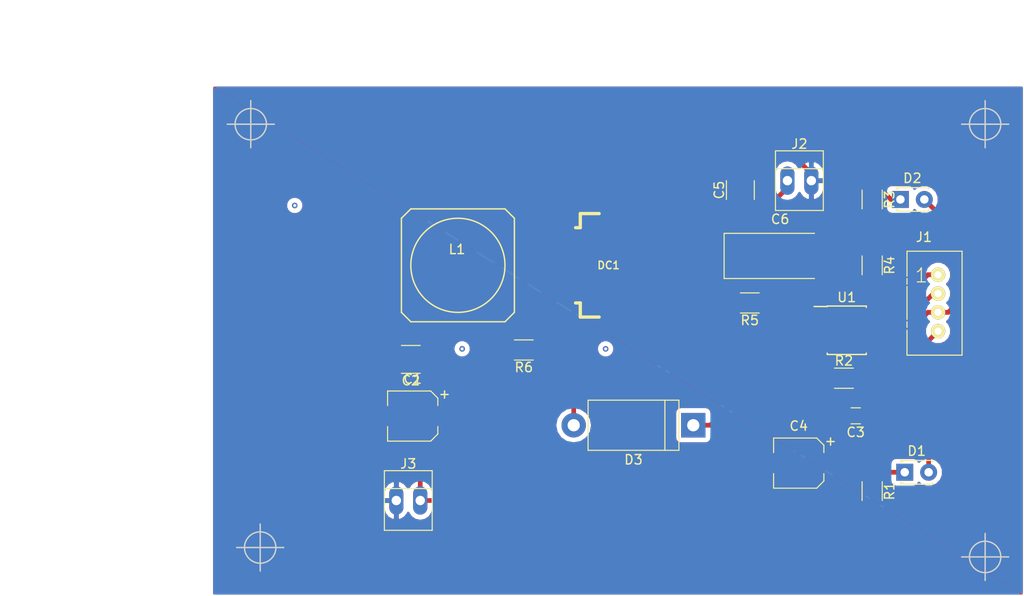
<source format=kicad_pcb>
(kicad_pcb (version 4) (host pcbnew 4.0.5)

  (general
    (links 40)
    (no_connects 1)
    (area 122.150001 19.3 231.100001 82.100001)
    (thickness 1.6)
    (drawings 10)
    (tracks 123)
    (zones 0)
    (modules 24)
    (nets 14)
  )

  (page A4)
  (layers
    (0 F.Cu signal)
    (31 B.Cu signal)
    (32 B.Adhes user)
    (33 F.Adhes user)
    (34 B.Paste user)
    (35 F.Paste user)
    (36 B.SilkS user)
    (37 F.SilkS user)
    (38 B.Mask user)
    (39 F.Mask user)
    (40 Dwgs.User user)
    (41 Cmts.User user)
    (42 Eco1.User user)
    (43 Eco2.User user)
    (44 Edge.Cuts user)
    (45 Margin user)
    (46 B.CrtYd user)
    (47 F.CrtYd user)
    (48 B.Fab user)
    (49 F.Fab user)
  )

  (setup
    (last_trace_width 0.5)
    (trace_clearance 0.5)
    (zone_clearance 0.508)
    (zone_45_only no)
    (trace_min 0.5)
    (segment_width 0.2)
    (edge_width 0.15)
    (via_size 1.4)
    (via_drill 0.8)
    (via_min_size 0.8)
    (via_min_drill 0.3)
    (uvia_size 0.3)
    (uvia_drill 0.1)
    (uvias_allowed no)
    (uvia_min_size 0.2)
    (uvia_min_drill 0.1)
    (pcb_text_width 0.3)
    (pcb_text_size 1.5 1.5)
    (mod_edge_width 0.15)
    (mod_text_size 1 1)
    (mod_text_width 0.15)
    (pad_size 1.524 1.524)
    (pad_drill 0.762)
    (pad_to_mask_clearance 0.2)
    (aux_axis_origin 174 69)
    (visible_elements FFFFEF7F)
    (pcbplotparams
      (layerselection 0x00030_80000001)
      (usegerberextensions false)
      (excludeedgelayer true)
      (linewidth 0.100000)
      (plotframeref false)
      (viasonmask false)
      (mode 1)
      (useauxorigin false)
      (hpglpennumber 1)
      (hpglpenspeed 20)
      (hpglpendiameter 15)
      (hpglpenoverlay 2)
      (psnegative false)
      (psa4output false)
      (plotreference true)
      (plotvalue true)
      (plotinvisibletext false)
      (padsonsilk false)
      (subtractmaskfromsilk false)
      (outputformat 1)
      (mirror false)
      (drillshape 1)
      (scaleselection 1)
      (outputdirectory ""))
  )

  (net 0 "")
  (net 1 "Net-(J1-Pad1)")
  (net 2 "Net-(DC1-Pad2)")
  (net 3 "Net-(R2-Pad1)")
  (net 4 GND)
  (net 5 "Net-(D1-Pad2)")
  (net 6 "Net-(D2-Pad2)")
  (net 7 "Net-(J1-Pad2)")
  (net 8 +2V8)
  (net 9 +5V)
  (net 10 "Net-(D1-Pad1)")
  (net 11 "Net-(D2-Pad1)")
  (net 12 "Net-(D3-Pad2)")
  (net 13 "Net-(DC1-Pad5)")

  (net_class Default "This is the default net class."
    (clearance 0.5)
    (trace_width 0.5)
    (via_dia 1.4)
    (via_drill 0.8)
    (uvia_dia 0.3)
    (uvia_drill 0.1)
    (add_net +2V8)
    (add_net +5V)
    (add_net GND)
    (add_net "Net-(D1-Pad1)")
    (add_net "Net-(D1-Pad2)")
    (add_net "Net-(D2-Pad1)")
    (add_net "Net-(D2-Pad2)")
    (add_net "Net-(D3-Pad2)")
    (add_net "Net-(DC1-Pad2)")
    (add_net "Net-(DC1-Pad5)")
    (add_net "Net-(J1-Pad1)")
    (add_net "Net-(J1-Pad2)")
    (add_net "Net-(R2-Pad1)")
  )

  (module Custom:VIA-0.6mm (layer F.Cu) (tedit 58F37B42) (tstamp 58FD00E1)
    (at 186.69 55.88)
    (fp_text reference REF** (at 0 0.5) (layer F.SilkS) hide
      (effects (font (size 1 1) (thickness 0.15)))
    )
    (fp_text value VIA-0.6mm (at 0 -0.5) (layer F.Fab) hide
      (effects (font (size 1 1) (thickness 0.15)))
    )
    (pad 1 thru_hole circle (at 0 0) (size 0.6 0.6) (drill 0.3) (layers *.Cu)
      (zone_connect 2))
  )

  (module Custom:VIA-0.6mm (layer F.Cu) (tedit 58F37B42) (tstamp 58FD00DD)
    (at 171.45 55.88)
    (fp_text reference REF** (at 0 0.5) (layer F.SilkS) hide
      (effects (font (size 1 1) (thickness 0.15)))
    )
    (fp_text value VIA-0.6mm (at 0 -0.5) (layer F.Fab) hide
      (effects (font (size 1 1) (thickness 0.15)))
    )
    (pad 1 thru_hole circle (at 0 0) (size 0.6 0.6) (drill 0.3) (layers *.Cu)
      (zone_connect 2))
  )

  (module Housings_SOIC:SOIC-8_3.9x4.9mm_Pitch1.27mm (layer F.Cu) (tedit 58CD0CDA) (tstamp 58F23E05)
    (at 212.3 53.905)
    (descr "8-Lead Plastic Small Outline (SN) - Narrow, 3.90 mm Body [SOIC] (see Microchip Packaging Specification 00000049BS.pdf)")
    (tags "SOIC 1.27")
    (path /58F23972)
    (attr smd)
    (fp_text reference U1 (at 0 -3.5) (layer F.SilkS)
      (effects (font (size 1 1) (thickness 0.15)))
    )
    (fp_text value ATTINY13A-SU (at 0 3.5) (layer F.Fab)
      (effects (font (size 1 1) (thickness 0.15)))
    )
    (fp_text user %R (at 0 0) (layer F.Fab)
      (effects (font (size 1 1) (thickness 0.15)))
    )
    (fp_line (start -0.95 -2.45) (end 1.95 -2.45) (layer F.Fab) (width 0.1))
    (fp_line (start 1.95 -2.45) (end 1.95 2.45) (layer F.Fab) (width 0.1))
    (fp_line (start 1.95 2.45) (end -1.95 2.45) (layer F.Fab) (width 0.1))
    (fp_line (start -1.95 2.45) (end -1.95 -1.45) (layer F.Fab) (width 0.1))
    (fp_line (start -1.95 -1.45) (end -0.95 -2.45) (layer F.Fab) (width 0.1))
    (fp_line (start -3.73 -2.7) (end -3.73 2.7) (layer F.CrtYd) (width 0.05))
    (fp_line (start 3.73 -2.7) (end 3.73 2.7) (layer F.CrtYd) (width 0.05))
    (fp_line (start -3.73 -2.7) (end 3.73 -2.7) (layer F.CrtYd) (width 0.05))
    (fp_line (start -3.73 2.7) (end 3.73 2.7) (layer F.CrtYd) (width 0.05))
    (fp_line (start -2.075 -2.575) (end -2.075 -2.525) (layer F.SilkS) (width 0.15))
    (fp_line (start 2.075 -2.575) (end 2.075 -2.43) (layer F.SilkS) (width 0.15))
    (fp_line (start 2.075 2.575) (end 2.075 2.43) (layer F.SilkS) (width 0.15))
    (fp_line (start -2.075 2.575) (end -2.075 2.43) (layer F.SilkS) (width 0.15))
    (fp_line (start -2.075 -2.575) (end 2.075 -2.575) (layer F.SilkS) (width 0.15))
    (fp_line (start -2.075 2.575) (end 2.075 2.575) (layer F.SilkS) (width 0.15))
    (fp_line (start -2.075 -2.525) (end -3.475 -2.525) (layer F.SilkS) (width 0.15))
    (pad 1 smd rect (at -2.7 -1.905) (size 1.55 0.6) (layers F.Cu F.Paste F.Mask)
      (net 1 "Net-(J1-Pad1)"))
    (pad 2 smd rect (at -2.7 -0.635) (size 1.55 0.6) (layers F.Cu F.Paste F.Mask)
      (net 2 "Net-(DC1-Pad2)"))
    (pad 3 smd rect (at -2.7 0.635) (size 1.55 0.6) (layers F.Cu F.Paste F.Mask)
      (net 3 "Net-(R2-Pad1)"))
    (pad 4 smd rect (at -2.7 1.905) (size 1.55 0.6) (layers F.Cu F.Paste F.Mask)
      (net 4 GND))
    (pad 5 smd rect (at 2.7 1.905) (size 1.55 0.6) (layers F.Cu F.Paste F.Mask)
      (net 5 "Net-(D1-Pad2)"))
    (pad 6 smd rect (at 2.7 0.635) (size 1.55 0.6) (layers F.Cu F.Paste F.Mask)
      (net 6 "Net-(D2-Pad2)"))
    (pad 7 smd rect (at 2.7 -0.635) (size 1.55 0.6) (layers F.Cu F.Paste F.Mask)
      (net 7 "Net-(J1-Pad2)"))
    (pad 8 smd rect (at 2.7 -1.905) (size 1.55 0.6) (layers F.Cu F.Paste F.Mask)
      (net 8 +2V8))
    (model Housings_SOIC.3dshapes/SOIC-8_3.9x4.9mm_Pitch1.27mm.wrl
      (at (xyz 0 0 0))
      (scale (xyz 1 1 1))
      (rotate (xyz 0 0 0))
    )
  )

  (module Capacitors_SMD:CP_Elec_5x5.3 (layer F.Cu) (tedit 58AA8A8F) (tstamp 58F23E70)
    (at 166.2 63 180)
    (descr "SMT capacitor, aluminium electrolytic, 5x5.3")
    (path /58F2162C)
    (attr smd)
    (fp_text reference C1 (at 0 3.92 180) (layer F.SilkS)
      (effects (font (size 1 1) (thickness 0.15)))
    )
    (fp_text value 47uF (at 0 -3.92 180) (layer F.Fab)
      (effects (font (size 1 1) (thickness 0.15)))
    )
    (fp_circle (center 0 0) (end 0.3 2.4) (layer F.Fab) (width 0.1))
    (fp_text user + (at -1.37 -0.08 180) (layer F.Fab)
      (effects (font (size 1 1) (thickness 0.15)))
    )
    (fp_text user + (at -3.38 2.34 180) (layer F.SilkS)
      (effects (font (size 1 1) (thickness 0.15)))
    )
    (fp_text user %R (at 0 3.92 180) (layer F.Fab)
      (effects (font (size 1 1) (thickness 0.15)))
    )
    (fp_line (start 2.51 2.49) (end 2.51 -2.54) (layer F.Fab) (width 0.1))
    (fp_line (start -1.84 2.49) (end 2.51 2.49) (layer F.Fab) (width 0.1))
    (fp_line (start -2.51 1.82) (end -1.84 2.49) (layer F.Fab) (width 0.1))
    (fp_line (start -2.51 -1.87) (end -2.51 1.82) (layer F.Fab) (width 0.1))
    (fp_line (start -1.84 -2.54) (end -2.51 -1.87) (layer F.Fab) (width 0.1))
    (fp_line (start 2.51 -2.54) (end -1.84 -2.54) (layer F.Fab) (width 0.1))
    (fp_line (start 2.67 -2.69) (end 2.67 -1.14) (layer F.SilkS) (width 0.12))
    (fp_line (start 2.67 2.64) (end 2.67 1.09) (layer F.SilkS) (width 0.12))
    (fp_line (start -2.67 1.88) (end -2.67 1.09) (layer F.SilkS) (width 0.12))
    (fp_line (start -2.67 -1.93) (end -2.67 -1.14) (layer F.SilkS) (width 0.12))
    (fp_line (start 2.67 -2.69) (end -1.91 -2.69) (layer F.SilkS) (width 0.12))
    (fp_line (start -1.91 -2.69) (end -2.67 -1.93) (layer F.SilkS) (width 0.12))
    (fp_line (start -2.67 1.88) (end -1.91 2.64) (layer F.SilkS) (width 0.12))
    (fp_line (start -1.91 2.64) (end 2.67 2.64) (layer F.SilkS) (width 0.12))
    (fp_line (start -3.95 -2.79) (end 3.95 -2.79) (layer F.CrtYd) (width 0.05))
    (fp_line (start -3.95 -2.79) (end -3.95 2.74) (layer F.CrtYd) (width 0.05))
    (fp_line (start 3.95 2.74) (end 3.95 -2.79) (layer F.CrtYd) (width 0.05))
    (fp_line (start 3.95 2.74) (end -3.95 2.74) (layer F.CrtYd) (width 0.05))
    (pad 1 smd rect (at -2.2 0) (size 3 1.6) (layers F.Cu F.Paste F.Mask)
      (net 8 +2V8))
    (pad 2 smd rect (at 2.2 0) (size 3 1.6) (layers F.Cu F.Paste F.Mask)
      (net 4 GND))
    (model Capacitors_SMD.3dshapes/CP_Elec_5x5.3.wrl
      (at (xyz 0 0 0))
      (scale (xyz 1 1 1))
      (rotate (xyz 0 0 180))
    )
  )

  (module Capacitors_SMD:C_1210_HandSoldering (layer F.Cu) (tedit 58AA84FB) (tstamp 58F23E76)
    (at 166 57 180)
    (descr "Capacitor SMD 1210, hand soldering")
    (tags "capacitor 1210")
    (path /58F216B7)
    (attr smd)
    (fp_text reference C2 (at 0 -2.25 180) (layer F.SilkS)
      (effects (font (size 1 1) (thickness 0.15)))
    )
    (fp_text value 1uF (at 0 2.5 180) (layer F.Fab)
      (effects (font (size 1 1) (thickness 0.15)))
    )
    (fp_text user %R (at 0 -2.25 180) (layer F.Fab)
      (effects (font (size 1 1) (thickness 0.15)))
    )
    (fp_line (start -1.6 1.25) (end -1.6 -1.25) (layer F.Fab) (width 0.1))
    (fp_line (start 1.6 1.25) (end -1.6 1.25) (layer F.Fab) (width 0.1))
    (fp_line (start 1.6 -1.25) (end 1.6 1.25) (layer F.Fab) (width 0.1))
    (fp_line (start -1.6 -1.25) (end 1.6 -1.25) (layer F.Fab) (width 0.1))
    (fp_line (start 1 -1.48) (end -1 -1.48) (layer F.SilkS) (width 0.12))
    (fp_line (start -1 1.48) (end 1 1.48) (layer F.SilkS) (width 0.12))
    (fp_line (start -3.25 -1.5) (end 3.25 -1.5) (layer F.CrtYd) (width 0.05))
    (fp_line (start -3.25 -1.5) (end -3.25 1.5) (layer F.CrtYd) (width 0.05))
    (fp_line (start 3.25 1.5) (end 3.25 -1.5) (layer F.CrtYd) (width 0.05))
    (fp_line (start 3.25 1.5) (end -3.25 1.5) (layer F.CrtYd) (width 0.05))
    (pad 1 smd rect (at -2 0 180) (size 2 2.5) (layers F.Cu F.Paste F.Mask)
      (net 8 +2V8))
    (pad 2 smd rect (at 2 0 180) (size 2 2.5) (layers F.Cu F.Paste F.Mask)
      (net 4 GND))
    (model Capacitors_SMD.3dshapes/C_1210.wrl
      (at (xyz 0 0 0))
      (scale (xyz 1 1 1))
      (rotate (xyz 0 0 0))
    )
  )

  (module Capacitors_SMD:C_0805_HandSoldering (layer F.Cu) (tedit 58AA84A8) (tstamp 58F23E7C)
    (at 213.25 63 180)
    (descr "Capacitor SMD 0805, hand soldering")
    (tags "capacitor 0805")
    (path /58F23D26)
    (attr smd)
    (fp_text reference C3 (at 0 -1.75 180) (layer F.SilkS)
      (effects (font (size 1 1) (thickness 0.15)))
    )
    (fp_text value 0.1uF (at 0 1.75 180) (layer F.Fab)
      (effects (font (size 1 1) (thickness 0.15)))
    )
    (fp_text user %R (at 0 -1.75 180) (layer F.Fab)
      (effects (font (size 1 1) (thickness 0.15)))
    )
    (fp_line (start -1 0.62) (end -1 -0.62) (layer F.Fab) (width 0.1))
    (fp_line (start 1 0.62) (end -1 0.62) (layer F.Fab) (width 0.1))
    (fp_line (start 1 -0.62) (end 1 0.62) (layer F.Fab) (width 0.1))
    (fp_line (start -1 -0.62) (end 1 -0.62) (layer F.Fab) (width 0.1))
    (fp_line (start 0.5 -0.85) (end -0.5 -0.85) (layer F.SilkS) (width 0.12))
    (fp_line (start -0.5 0.85) (end 0.5 0.85) (layer F.SilkS) (width 0.12))
    (fp_line (start -2.25 -0.88) (end 2.25 -0.88) (layer F.CrtYd) (width 0.05))
    (fp_line (start -2.25 -0.88) (end -2.25 0.87) (layer F.CrtYd) (width 0.05))
    (fp_line (start 2.25 0.87) (end 2.25 -0.88) (layer F.CrtYd) (width 0.05))
    (fp_line (start 2.25 0.87) (end -2.25 0.87) (layer F.CrtYd) (width 0.05))
    (pad 1 smd rect (at -1.25 0 180) (size 1.5 1.25) (layers F.Cu F.Paste F.Mask)
      (net 8 +2V8))
    (pad 2 smd rect (at 1.25 0 180) (size 1.5 1.25) (layers F.Cu F.Paste F.Mask)
      (net 4 GND))
    (model Capacitors_SMD.3dshapes/C_0805.wrl
      (at (xyz 0 0 0))
      (scale (xyz 1 1 1))
      (rotate (xyz 0 0 0))
    )
  )

  (module Capacitors_SMD:CP_Elec_5x5.3 (layer F.Cu) (tedit 58AA8A8F) (tstamp 58F23E82)
    (at 207.2 68 180)
    (descr "SMT capacitor, aluminium electrolytic, 5x5.3")
    (path /58F24099)
    (attr smd)
    (fp_text reference C4 (at 0 3.92 180) (layer F.SilkS)
      (effects (font (size 1 1) (thickness 0.15)))
    )
    (fp_text value 47uF (at 0 -3.92 180) (layer F.Fab)
      (effects (font (size 1 1) (thickness 0.15)))
    )
    (fp_circle (center 0 0) (end 0.3 2.4) (layer F.Fab) (width 0.1))
    (fp_text user + (at -1.37 -0.08 180) (layer F.Fab)
      (effects (font (size 1 1) (thickness 0.15)))
    )
    (fp_text user + (at -3.38 2.34 180) (layer F.SilkS)
      (effects (font (size 1 1) (thickness 0.15)))
    )
    (fp_text user %R (at 0 3.92 180) (layer F.Fab)
      (effects (font (size 1 1) (thickness 0.15)))
    )
    (fp_line (start 2.51 2.49) (end 2.51 -2.54) (layer F.Fab) (width 0.1))
    (fp_line (start -1.84 2.49) (end 2.51 2.49) (layer F.Fab) (width 0.1))
    (fp_line (start -2.51 1.82) (end -1.84 2.49) (layer F.Fab) (width 0.1))
    (fp_line (start -2.51 -1.87) (end -2.51 1.82) (layer F.Fab) (width 0.1))
    (fp_line (start -1.84 -2.54) (end -2.51 -1.87) (layer F.Fab) (width 0.1))
    (fp_line (start 2.51 -2.54) (end -1.84 -2.54) (layer F.Fab) (width 0.1))
    (fp_line (start 2.67 -2.69) (end 2.67 -1.14) (layer F.SilkS) (width 0.12))
    (fp_line (start 2.67 2.64) (end 2.67 1.09) (layer F.SilkS) (width 0.12))
    (fp_line (start -2.67 1.88) (end -2.67 1.09) (layer F.SilkS) (width 0.12))
    (fp_line (start -2.67 -1.93) (end -2.67 -1.14) (layer F.SilkS) (width 0.12))
    (fp_line (start 2.67 -2.69) (end -1.91 -2.69) (layer F.SilkS) (width 0.12))
    (fp_line (start -1.91 -2.69) (end -2.67 -1.93) (layer F.SilkS) (width 0.12))
    (fp_line (start -2.67 1.88) (end -1.91 2.64) (layer F.SilkS) (width 0.12))
    (fp_line (start -1.91 2.64) (end 2.67 2.64) (layer F.SilkS) (width 0.12))
    (fp_line (start -3.95 -2.79) (end 3.95 -2.79) (layer F.CrtYd) (width 0.05))
    (fp_line (start -3.95 -2.79) (end -3.95 2.74) (layer F.CrtYd) (width 0.05))
    (fp_line (start 3.95 2.74) (end 3.95 -2.79) (layer F.CrtYd) (width 0.05))
    (fp_line (start 3.95 2.74) (end -3.95 2.74) (layer F.CrtYd) (width 0.05))
    (pad 1 smd rect (at -2.2 0) (size 3 1.6) (layers F.Cu F.Paste F.Mask)
      (net 8 +2V8))
    (pad 2 smd rect (at 2.2 0) (size 3 1.6) (layers F.Cu F.Paste F.Mask)
      (net 4 GND))
    (model Capacitors_SMD.3dshapes/CP_Elec_5x5.3.wrl
      (at (xyz 0 0 0))
      (scale (xyz 1 1 1))
      (rotate (xyz 0 0 180))
    )
  )

  (module Capacitors_SMD:C_1210_HandSoldering (layer F.Cu) (tedit 58AA84FB) (tstamp 58F23E88)
    (at 201 39 90)
    (descr "Capacitor SMD 1210, hand soldering")
    (tags "capacitor 1210")
    (path /58F216DE)
    (attr smd)
    (fp_text reference C5 (at 0 -2.25 90) (layer F.SilkS)
      (effects (font (size 1 1) (thickness 0.15)))
    )
    (fp_text value 1uF (at 0 2.5 90) (layer F.Fab)
      (effects (font (size 1 1) (thickness 0.15)))
    )
    (fp_text user %R (at 0 -2.25 90) (layer F.Fab)
      (effects (font (size 1 1) (thickness 0.15)))
    )
    (fp_line (start -1.6 1.25) (end -1.6 -1.25) (layer F.Fab) (width 0.1))
    (fp_line (start 1.6 1.25) (end -1.6 1.25) (layer F.Fab) (width 0.1))
    (fp_line (start 1.6 -1.25) (end 1.6 1.25) (layer F.Fab) (width 0.1))
    (fp_line (start -1.6 -1.25) (end 1.6 -1.25) (layer F.Fab) (width 0.1))
    (fp_line (start 1 -1.48) (end -1 -1.48) (layer F.SilkS) (width 0.12))
    (fp_line (start -1 1.48) (end 1 1.48) (layer F.SilkS) (width 0.12))
    (fp_line (start -3.25 -1.5) (end 3.25 -1.5) (layer F.CrtYd) (width 0.05))
    (fp_line (start -3.25 -1.5) (end -3.25 1.5) (layer F.CrtYd) (width 0.05))
    (fp_line (start 3.25 1.5) (end 3.25 -1.5) (layer F.CrtYd) (width 0.05))
    (fp_line (start 3.25 1.5) (end -3.25 1.5) (layer F.CrtYd) (width 0.05))
    (pad 1 smd rect (at -2 0 90) (size 2 2.5) (layers F.Cu F.Paste F.Mask)
      (net 9 +5V))
    (pad 2 smd rect (at 2 0 90) (size 2 2.5) (layers F.Cu F.Paste F.Mask)
      (net 4 GND))
    (model Capacitors_SMD.3dshapes/C_1210.wrl
      (at (xyz 0 0 0))
      (scale (xyz 1 1 1))
      (rotate (xyz 0 0 0))
    )
  )

  (module Capacitors_Tantalum_SMD:CP_Tantalum_Case-V_EIA-7343-20_Hand (layer F.Cu) (tedit 57B6E980) (tstamp 58F23E8E)
    (at 205.225 46)
    (descr "Tantalum capacitor, Case V, EIA 7343-20, 7.3x4.3x2.0mm, Hand soldering footprint")
    (tags "capacitor tantalum smd")
    (path /58F2173E)
    (attr smd)
    (fp_text reference C6 (at 0 -3.9) (layer F.SilkS)
      (effects (font (size 1 1) (thickness 0.15)))
    )
    (fp_text value 220uF (at 0 3.9) (layer F.Fab)
      (effects (font (size 1 1) (thickness 0.15)))
    )
    (fp_line (start -6.05 -2.5) (end -6.05 2.5) (layer F.CrtYd) (width 0.05))
    (fp_line (start -6.05 2.5) (end 6.05 2.5) (layer F.CrtYd) (width 0.05))
    (fp_line (start 6.05 2.5) (end 6.05 -2.5) (layer F.CrtYd) (width 0.05))
    (fp_line (start 6.05 -2.5) (end -6.05 -2.5) (layer F.CrtYd) (width 0.05))
    (fp_line (start -3.65 -2.15) (end -3.65 2.15) (layer F.Fab) (width 0.1))
    (fp_line (start -3.65 2.15) (end 3.65 2.15) (layer F.Fab) (width 0.1))
    (fp_line (start 3.65 2.15) (end 3.65 -2.15) (layer F.Fab) (width 0.1))
    (fp_line (start 3.65 -2.15) (end -3.65 -2.15) (layer F.Fab) (width 0.1))
    (fp_line (start -2.92 -2.15) (end -2.92 2.15) (layer F.Fab) (width 0.1))
    (fp_line (start -2.555 -2.15) (end -2.555 2.15) (layer F.Fab) (width 0.1))
    (fp_line (start -5.95 -2.4) (end 3.65 -2.4) (layer F.SilkS) (width 0.12))
    (fp_line (start -5.95 2.4) (end 3.65 2.4) (layer F.SilkS) (width 0.12))
    (fp_line (start -5.95 -2.4) (end -5.95 2.4) (layer F.SilkS) (width 0.12))
    (pad 1 smd rect (at -3.775 0) (size 3.75 2.7) (layers F.Cu F.Paste F.Mask)
      (net 9 +5V))
    (pad 2 smd rect (at 3.775 0) (size 3.75 2.7) (layers F.Cu F.Paste F.Mask)
      (net 4 GND))
    (model Capacitors_Tantalum_SMD.3dshapes/CP_Tantalum_Case-V_EIA-7343-20.wrl
      (at (xyz 0 0 0))
      (scale (xyz 1 1 1))
      (rotate (xyz 0 0 0))
    )
  )

  (module LEDs:LED_D1.8mm_W3.3mm_H2.4mm (layer F.Cu) (tedit 5880A862) (tstamp 58F23E94)
    (at 218.46 69)
    (descr "LED, Round,  Rectangular size 3.3x2.4mm^2 diameter 1.8mm, 2 pins")
    (tags "LED Round  Rectangular size 3.3x2.4mm^2 diameter 1.8mm 2 pins")
    (path /58F2C5D0)
    (fp_text reference D1 (at 1.27 -2.26) (layer F.SilkS)
      (effects (font (size 1 1) (thickness 0.15)))
    )
    (fp_text value Red (at 1.27 2.26) (layer F.Fab)
      (effects (font (size 1 1) (thickness 0.15)))
    )
    (fp_circle (center 1.27 0) (end 2.17 0) (layer F.Fab) (width 0.1))
    (fp_line (start -0.38 -1.2) (end -0.38 1.2) (layer F.Fab) (width 0.1))
    (fp_line (start -0.38 1.2) (end 2.92 1.2) (layer F.Fab) (width 0.1))
    (fp_line (start 2.92 1.2) (end 2.92 -1.2) (layer F.Fab) (width 0.1))
    (fp_line (start 2.92 -1.2) (end -0.38 -1.2) (layer F.Fab) (width 0.1))
    (fp_line (start -0.44 -1.26) (end 2.98 -1.26) (layer F.SilkS) (width 0.12))
    (fp_line (start -0.44 1.26) (end 2.98 1.26) (layer F.SilkS) (width 0.12))
    (fp_line (start -0.44 -1.26) (end -0.44 -1.08) (layer F.SilkS) (width 0.12))
    (fp_line (start -0.44 1.08) (end -0.44 1.26) (layer F.SilkS) (width 0.12))
    (fp_line (start 2.98 -1.26) (end 2.98 -1.095) (layer F.SilkS) (width 0.12))
    (fp_line (start 2.98 1.095) (end 2.98 1.26) (layer F.SilkS) (width 0.12))
    (fp_line (start -0.32 -1.26) (end -0.32 -1.08) (layer F.SilkS) (width 0.12))
    (fp_line (start -0.32 1.08) (end -0.32 1.26) (layer F.SilkS) (width 0.12))
    (fp_line (start -0.2 -1.26) (end -0.2 -1.08) (layer F.SilkS) (width 0.12))
    (fp_line (start -0.2 1.08) (end -0.2 1.26) (layer F.SilkS) (width 0.12))
    (fp_line (start -1.15 -1.55) (end -1.15 1.55) (layer F.CrtYd) (width 0.05))
    (fp_line (start -1.15 1.55) (end 3.7 1.55) (layer F.CrtYd) (width 0.05))
    (fp_line (start 3.7 1.55) (end 3.7 -1.55) (layer F.CrtYd) (width 0.05))
    (fp_line (start 3.7 -1.55) (end -1.15 -1.55) (layer F.CrtYd) (width 0.05))
    (pad 1 thru_hole rect (at 0 0) (size 1.8 1.8) (drill 0.9) (layers *.Cu *.Mask)
      (net 10 "Net-(D1-Pad1)"))
    (pad 2 thru_hole circle (at 2.54 0) (size 1.8 1.8) (drill 0.9) (layers *.Cu *.Mask)
      (net 5 "Net-(D1-Pad2)"))
    (model LEDs.3dshapes/LED_D1.8mm_W3.3mm_H2.4mm.wrl
      (at (xyz 0 0 0))
      (scale (xyz 0.393701 0.393701 0.393701))
      (rotate (xyz 0 0 0))
    )
  )

  (module LEDs:LED_D1.8mm_W3.3mm_H2.4mm (layer F.Cu) (tedit 5880A862) (tstamp 58F23E9A)
    (at 218 40)
    (descr "LED, Round,  Rectangular size 3.3x2.4mm^2 diameter 1.8mm, 2 pins")
    (tags "LED Round  Rectangular size 3.3x2.4mm^2 diameter 1.8mm 2 pins")
    (path /58F2C666)
    (fp_text reference D2 (at 1.27 -2.26) (layer F.SilkS)
      (effects (font (size 1 1) (thickness 0.15)))
    )
    (fp_text value Green (at 1.27 2.26) (layer F.Fab)
      (effects (font (size 1 1) (thickness 0.15)))
    )
    (fp_circle (center 1.27 0) (end 2.17 0) (layer F.Fab) (width 0.1))
    (fp_line (start -0.38 -1.2) (end -0.38 1.2) (layer F.Fab) (width 0.1))
    (fp_line (start -0.38 1.2) (end 2.92 1.2) (layer F.Fab) (width 0.1))
    (fp_line (start 2.92 1.2) (end 2.92 -1.2) (layer F.Fab) (width 0.1))
    (fp_line (start 2.92 -1.2) (end -0.38 -1.2) (layer F.Fab) (width 0.1))
    (fp_line (start -0.44 -1.26) (end 2.98 -1.26) (layer F.SilkS) (width 0.12))
    (fp_line (start -0.44 1.26) (end 2.98 1.26) (layer F.SilkS) (width 0.12))
    (fp_line (start -0.44 -1.26) (end -0.44 -1.08) (layer F.SilkS) (width 0.12))
    (fp_line (start -0.44 1.08) (end -0.44 1.26) (layer F.SilkS) (width 0.12))
    (fp_line (start 2.98 -1.26) (end 2.98 -1.095) (layer F.SilkS) (width 0.12))
    (fp_line (start 2.98 1.095) (end 2.98 1.26) (layer F.SilkS) (width 0.12))
    (fp_line (start -0.32 -1.26) (end -0.32 -1.08) (layer F.SilkS) (width 0.12))
    (fp_line (start -0.32 1.08) (end -0.32 1.26) (layer F.SilkS) (width 0.12))
    (fp_line (start -0.2 -1.26) (end -0.2 -1.08) (layer F.SilkS) (width 0.12))
    (fp_line (start -0.2 1.08) (end -0.2 1.26) (layer F.SilkS) (width 0.12))
    (fp_line (start -1.15 -1.55) (end -1.15 1.55) (layer F.CrtYd) (width 0.05))
    (fp_line (start -1.15 1.55) (end 3.7 1.55) (layer F.CrtYd) (width 0.05))
    (fp_line (start 3.7 1.55) (end 3.7 -1.55) (layer F.CrtYd) (width 0.05))
    (fp_line (start 3.7 -1.55) (end -1.15 -1.55) (layer F.CrtYd) (width 0.05))
    (pad 1 thru_hole rect (at 0 0) (size 1.8 1.8) (drill 0.9) (layers *.Cu *.Mask)
      (net 11 "Net-(D2-Pad1)"))
    (pad 2 thru_hole circle (at 2.54 0) (size 1.8 1.8) (drill 0.9) (layers *.Cu *.Mask)
      (net 6 "Net-(D2-Pad2)"))
    (model LEDs.3dshapes/LED_D1.8mm_W3.3mm_H2.4mm.wrl
      (at (xyz 0 0 0))
      (scale (xyz 0.393701 0.393701 0.393701))
      (rotate (xyz 0 0 0))
    )
  )

  (module Diodes_THT:D_DO-201_P12.70mm_Horizontal (layer F.Cu) (tedit 5877C982) (tstamp 58F23EA0)
    (at 196 64 180)
    (descr "D, DO-201 series, Axial, Horizontal, pin pitch=12.7mm, , length*diameter=9.53*5.21mm^2, , http://www.diodes.com/_files/packages/DO-201.pdf")
    (tags "D DO-201 series Axial Horizontal pin pitch 12.7mm  length 9.53mm diameter 5.21mm")
    (path /58F21CB3)
    (fp_text reference D3 (at 6.35 -3.665 180) (layer F.SilkS)
      (effects (font (size 1 1) (thickness 0.15)))
    )
    (fp_text value D_Schottky (at 6.35 3.665 180) (layer F.Fab)
      (effects (font (size 1 1) (thickness 0.15)))
    )
    (fp_line (start 1.585 -2.605) (end 1.585 2.605) (layer F.Fab) (width 0.1))
    (fp_line (start 1.585 2.605) (end 11.115 2.605) (layer F.Fab) (width 0.1))
    (fp_line (start 11.115 2.605) (end 11.115 -2.605) (layer F.Fab) (width 0.1))
    (fp_line (start 11.115 -2.605) (end 1.585 -2.605) (layer F.Fab) (width 0.1))
    (fp_line (start 0 0) (end 1.585 0) (layer F.Fab) (width 0.1))
    (fp_line (start 12.7 0) (end 11.115 0) (layer F.Fab) (width 0.1))
    (fp_line (start 3.0145 -2.605) (end 3.0145 2.605) (layer F.Fab) (width 0.1))
    (fp_line (start 1.525 -2.665) (end 1.525 2.665) (layer F.SilkS) (width 0.12))
    (fp_line (start 1.525 2.665) (end 11.175 2.665) (layer F.SilkS) (width 0.12))
    (fp_line (start 11.175 2.665) (end 11.175 -2.665) (layer F.SilkS) (width 0.12))
    (fp_line (start 11.175 -2.665) (end 1.525 -2.665) (layer F.SilkS) (width 0.12))
    (fp_line (start 1.48 0) (end 1.525 0) (layer F.SilkS) (width 0.12))
    (fp_line (start 11.22 0) (end 11.175 0) (layer F.SilkS) (width 0.12))
    (fp_line (start 3.0145 -2.665) (end 3.0145 2.665) (layer F.SilkS) (width 0.12))
    (fp_line (start -1.55 -2.95) (end -1.55 2.95) (layer F.CrtYd) (width 0.05))
    (fp_line (start -1.55 2.95) (end 14.25 2.95) (layer F.CrtYd) (width 0.05))
    (fp_line (start 14.25 2.95) (end 14.25 -2.95) (layer F.CrtYd) (width 0.05))
    (fp_line (start 14.25 -2.95) (end -1.55 -2.95) (layer F.CrtYd) (width 0.05))
    (pad 1 thru_hole rect (at 0 0 180) (size 2.6 2.6) (drill 1.3) (layers *.Cu *.Mask)
      (net 9 +5V))
    (pad 2 thru_hole oval (at 12.7 0 180) (size 2.6 2.6) (drill 1.3) (layers *.Cu *.Mask)
      (net 12 "Net-(D3-Pad2)"))
    (model Diodes_THT.3dshapes/D_DO-201_P12.70mm_Horizontal.wrl
      (at (xyz 0 0 0))
      (scale (xyz 0.393701 0.393701 0.393701))
      (rotate (xyz 0 0 0))
    )
  )

  (module footprints:TO-263-5 (layer F.Cu) (tedit 56B4B9F4) (tstamp 58F23EB0)
    (at 187 47)
    (path /58F21553)
    (attr smd)
    (fp_text reference DC1 (at 0 0) (layer F.SilkS)
      (effects (font (size 0.8 0.8) (thickness 0.15)))
    )
    (fp_text value XL6009 (at 0 0) (layer F.Fab)
      (effects (font (size 0.8 0.8) (thickness 0.15)))
    )
    (fp_line (start -5.5 -5) (end 8 -5) (layer F.Fab) (width 0.15))
    (fp_line (start 8 -5) (end 8 5) (layer F.Fab) (width 0.15))
    (fp_line (start 8 5) (end -5.5 5) (layer F.Fab) (width 0.15))
    (fp_line (start -5.5 5) (end -5.5 -5) (layer F.Fab) (width 0.15))
    (fp_line (start -3 5.5) (end -3 4) (layer F.SilkS) (width 0.35))
    (fp_line (start -3 4) (end -3.5 4) (layer F.SilkS) (width 0.35))
    (fp_line (start -3 -5.5) (end -3 -4) (layer F.SilkS) (width 0.35))
    (fp_line (start -3 -4) (end -3.5 -4) (layer F.SilkS) (width 0.35))
    (fp_line (start -1 5.5) (end -3 5.5) (layer F.SilkS) (width 0.35))
    (fp_line (start -1 -5.5) (end -3 -5.5) (layer F.SilkS) (width 0.35))
    (fp_line (start -8.5 -6) (end 10 -6) (layer F.CrtYd) (width 0.15))
    (fp_line (start 10 -6) (end 10 6) (layer F.CrtYd) (width 0.15))
    (fp_line (start 10 6) (end -8.5 6) (layer F.CrtYd) (width 0.15))
    (fp_line (start -8.5 6) (end -8.5 -6) (layer F.CrtYd) (width 0.15))
    (pad 1 smd rect (at -6.2 -3.4 180) (size 3.85 1) (layers F.Cu F.Paste F.Mask)
      (net 4 GND))
    (pad 6 smd rect (at 4.7 0 180) (size 9.6 10.95) (layers F.Cu F.Mask))
    (pad 2 smd rect (at -6.2 -1.7 180) (size 3.85 1) (layers F.Cu F.Paste F.Mask)
      (net 2 "Net-(DC1-Pad2)"))
    (pad 3 smd rect (at -6.2 0 180) (size 3.85 1) (layers F.Cu F.Paste F.Mask)
      (net 12 "Net-(D3-Pad2)"))
    (pad 4 smd rect (at -6.2 1.7 180) (size 3.85 1) (layers F.Cu F.Paste F.Mask)
      (net 8 +2V8))
    (pad 5 smd rect (at -6.2 3.4 180) (size 3.85 1) (layers F.Cu F.Paste F.Mask)
      (net 13 "Net-(DC1-Pad5)"))
    (pad "" smd rect (at 1.5 0 180) (size 2.3 2.3) (layers F.Paste))
    (pad "" smd rect (at 1.5 -3 180) (size 2.3 2.3) (layers F.Paste))
    (pad "" smd rect (at 1.5 3 180) (size 2.3 2.3) (layers F.Paste))
    (pad "" smd rect (at 5 0 180) (size 2.3 2.3) (layers F.Paste))
    (pad "" smd rect (at 5 -3 180) (size 2.3 2.3) (layers F.Paste))
    (pad "" smd rect (at 5 3 180) (size 2.3 2.3) (layers F.Paste))
    (model smd_trans/d-pak-5.wrl
      (at (xyz -0.03 0 0))
      (scale (xyz 1.33 1.5 1.2))
      (rotate (xyz 0 0 90))
    )
  )

  (module Connectors:Grove_1x04 (layer F.Cu) (tedit 587F9C9D) (tstamp 58F23EB8)
    (at 222 48)
    (descr https://statics3.seeedstudio.com/images/opl/datasheet/3470130P1.pdf)
    (tags Grove-1x04)
    (path /58F2489A)
    (fp_text reference J1 (at -1.5 -4) (layer F.SilkS)
      (effects (font (size 1 1) (thickness 0.15)))
    )
    (fp_text value CONN_01X04 (at 4.19 2.83 90) (layer F.Fab)
      (effects (font (size 1 1) (thickness 0.15)))
    )
    (fp_line (start -3.45 -2.65) (end -3.45 8.7) (layer F.CrtYd) (width 0.05))
    (fp_line (start -3.45 8.7) (end 2.7 8.7) (layer F.CrtYd) (width 0.05))
    (fp_line (start 2.7 8.7) (end 2.7 -2.65) (layer F.CrtYd) (width 0.05))
    (fp_line (start -3.45 -2.65) (end 2.7 -2.65) (layer F.CrtYd) (width 0.05))
    (fp_line (start -3.3 5) (end -3.3 5.6) (layer F.SilkS) (width 0.12))
    (fp_line (start -3.3 0.4) (end -3.3 1) (layer F.SilkS) (width 0.12))
    (fp_line (start 2.55 -2.5) (end 2.55 8.55) (layer F.SilkS) (width 0.12))
    (fp_line (start -3.3 -2.5) (end 2.55 -2.5) (layer F.SilkS) (width 0.12))
    (fp_line (start -3.3 1.25) (end -3.3 4.75) (layer F.SilkS) (width 0.12))
    (fp_line (start -3.3 8.55) (end 2.55 8.55) (layer F.SilkS) (width 0.12))
    (fp_line (start -3.3 -2.5) (end -3.3 0.15) (layer F.SilkS) (width 0.12))
    (fp_line (start -3.3 5.9) (end -3.3 8.55) (layer F.SilkS) (width 0.12))
    (fp_line (start -2.9 -2.1) (end 2.2 -2.1) (layer F.Fab) (width 0.1))
    (fp_line (start 2.2 -2.1) (end 2.2 8.1) (layer F.Fab) (width 0.1))
    (fp_line (start 2.2 8.1) (end -2.9 8.1) (layer F.Fab) (width 0.1))
    (fp_line (start -2.9 8.1) (end -2.9 -2.1) (layer F.Fab) (width 0.1))
    (fp_text user 1 (at -1.775 0.075) (layer F.SilkS)
      (effects (font (size 1.5 1.5) (thickness 0.12)))
    )
    (pad 1 thru_hole circle (at 0 0) (size 1.524 1.524) (drill 0.762) (layers *.Cu *.Mask F.SilkS)
      (net 1 "Net-(J1-Pad1)"))
    (pad 2 thru_hole circle (at 0 2) (size 1.524 1.524) (drill 0.762) (layers *.Cu *.Mask F.SilkS)
      (net 7 "Net-(J1-Pad2)"))
    (pad 3 thru_hole circle (at 0 4) (size 1.524 1.524) (drill 0.762) (layers *.Cu *.Mask F.SilkS)
      (net 6 "Net-(D2-Pad2)"))
    (pad 4 thru_hole circle (at 0 6) (size 1.524 1.524) (drill 0.762) (layers *.Cu *.Mask F.SilkS)
      (net 5 "Net-(D1-Pad2)"))
    (model Connectors.3dshapes/Grove_1x04.wrl
      (at (xyz 0 0 0))
      (scale (xyz 0.3937 0.3937 0.3937))
      (rotate (xyz 0 0 -90))
    )
  )

  (module Connectors:PINHEAD1-2 (layer F.Cu) (tedit 0) (tstamp 58F23EBE)
    (at 206 38)
    (path /58F23071)
    (fp_text reference J2 (at 1.27 -3.9) (layer F.SilkS)
      (effects (font (size 1 1) (thickness 0.15)))
    )
    (fp_text value CONN_01X02 (at 1.27 3.81) (layer F.Fab)
      (effects (font (size 1 1) (thickness 0.15)))
    )
    (fp_line (start 3.81 -1.27) (end -1.27 -1.27) (layer F.SilkS) (width 0.12))
    (fp_line (start 3.81 3.17) (end -1.27 3.17) (layer F.SilkS) (width 0.12))
    (fp_line (start -1.27 -3.17) (end 3.81 -3.17) (layer F.SilkS) (width 0.12))
    (fp_line (start -1.27 -3.17) (end -1.27 3.17) (layer F.SilkS) (width 0.12))
    (fp_line (start 3.81 -3.17) (end 3.81 3.17) (layer F.SilkS) (width 0.12))
    (fp_line (start -1.52 -3.42) (end 4.06 -3.42) (layer F.CrtYd) (width 0.05))
    (fp_line (start -1.52 -3.42) (end -1.52 3.42) (layer F.CrtYd) (width 0.05))
    (fp_line (start 4.06 3.42) (end 4.06 -3.42) (layer F.CrtYd) (width 0.05))
    (fp_line (start 4.06 3.42) (end -1.52 3.42) (layer F.CrtYd) (width 0.05))
    (pad 1 thru_hole oval (at 0 0) (size 1.51 3.01) (drill 1) (layers *.Cu *.Mask)
      (net 9 +5V))
    (pad 2 thru_hole oval (at 2.54 0) (size 1.51 3.01) (drill 1) (layers *.Cu *.Mask)
      (net 4 GND))
  )

  (module Inductors:SELF-WE-PD-XXL (layer F.Cu) (tedit 0) (tstamp 58F23EC4)
    (at 171 47 270)
    (descr "SELF- WE-PD-XXL")
    (path /58F21AF6)
    (attr smd)
    (fp_text reference L1 (at -1.69926 0.09906 360) (layer F.SilkS)
      (effects (font (size 1 1) (thickness 0.15)))
    )
    (fp_text value 33uH (at 1.80086 0 360) (layer F.Fab)
      (effects (font (size 1 1) (thickness 0.15)))
    )
    (fp_circle (center 0 0) (end 0 -5.00126) (layer F.SilkS) (width 0.15))
    (fp_line (start -5.99948 0) (end -5.99948 -5.00126) (layer F.SilkS) (width 0.15))
    (fp_line (start -5.99948 -5.00126) (end -5.00126 -5.99948) (layer F.SilkS) (width 0.15))
    (fp_line (start -5.00126 -5.99948) (end 5.00126 -5.99948) (layer F.SilkS) (width 0.15))
    (fp_line (start 5.00126 -5.99948) (end 5.99948 -5.00126) (layer F.SilkS) (width 0.15))
    (fp_line (start 5.99948 -5.00126) (end 5.99948 5.00126) (layer F.SilkS) (width 0.15))
    (fp_line (start 5.99948 5.00126) (end 5.00126 5.99948) (layer F.SilkS) (width 0.15))
    (fp_line (start 5.00126 5.99948) (end -5.00126 5.99948) (layer F.SilkS) (width 0.15))
    (fp_line (start -5.00126 5.99948) (end -5.99948 5.00126) (layer F.SilkS) (width 0.15))
    (fp_line (start -5.99948 5.00126) (end -5.99948 0) (layer F.SilkS) (width 0.15))
    (fp_text user "" (at 0 0 270) (layer F.SilkS)
      (effects (font (size 1 1) (thickness 0.15)))
    )
    (fp_text user "" (at 0 0 270) (layer F.SilkS)
      (effects (font (size 1 1) (thickness 0.15)))
    )
    (pad 1 smd rect (at -5.00126 0 270) (size 2.90068 5.40004) (layers F.Cu F.Paste F.Mask)
      (net 12 "Net-(D3-Pad2)"))
    (pad 2 smd rect (at 5.00126 0 270) (size 2.90068 5.40004) (layers F.Cu F.Paste F.Mask)
      (net 8 +2V8))
    (model Inductors.3dshapes/SELF-WE-PD-XXL.wrl
      (at (xyz 0 0 0))
      (scale (xyz 1 1 1))
      (rotate (xyz 0 0 0))
    )
  )

  (module Resistors_SMD:R_1206_HandSoldering (layer F.Cu) (tedit 58E0A804) (tstamp 58F23ECA)
    (at 215 71 270)
    (descr "Resistor SMD 1206, hand soldering")
    (tags "resistor 1206")
    (path /58F232A6)
    (attr smd)
    (fp_text reference R1 (at 0 -1.85 270) (layer F.SilkS)
      (effects (font (size 1 1) (thickness 0.15)))
    )
    (fp_text value 330 (at 0 1.9 270) (layer F.Fab)
      (effects (font (size 1 1) (thickness 0.15)))
    )
    (fp_text user %R (at 0 0 270) (layer F.Fab)
      (effects (font (size 0.7 0.7) (thickness 0.105)))
    )
    (fp_line (start -1.6 0.8) (end -1.6 -0.8) (layer F.Fab) (width 0.1))
    (fp_line (start 1.6 0.8) (end -1.6 0.8) (layer F.Fab) (width 0.1))
    (fp_line (start 1.6 -0.8) (end 1.6 0.8) (layer F.Fab) (width 0.1))
    (fp_line (start -1.6 -0.8) (end 1.6 -0.8) (layer F.Fab) (width 0.1))
    (fp_line (start 1 1.07) (end -1 1.07) (layer F.SilkS) (width 0.12))
    (fp_line (start -1 -1.07) (end 1 -1.07) (layer F.SilkS) (width 0.12))
    (fp_line (start -3.25 -1.11) (end 3.25 -1.11) (layer F.CrtYd) (width 0.05))
    (fp_line (start -3.25 -1.11) (end -3.25 1.1) (layer F.CrtYd) (width 0.05))
    (fp_line (start 3.25 1.1) (end 3.25 -1.11) (layer F.CrtYd) (width 0.05))
    (fp_line (start 3.25 1.1) (end -3.25 1.1) (layer F.CrtYd) (width 0.05))
    (pad 1 smd rect (at -2 0 270) (size 2 1.7) (layers F.Cu F.Paste F.Mask)
      (net 10 "Net-(D1-Pad1)"))
    (pad 2 smd rect (at 2 0 270) (size 2 1.7) (layers F.Cu F.Paste F.Mask)
      (net 4 GND))
    (model ${KISYS3DMOD}/Resistors_SMD.3dshapes/R_1206.wrl
      (at (xyz 0 0 0))
      (scale (xyz 1 1 1))
      (rotate (xyz 0 0 0))
    )
  )

  (module Resistors_SMD:R_1206_HandSoldering (layer F.Cu) (tedit 58E0A804) (tstamp 58F23ED0)
    (at 212 59)
    (descr "Resistor SMD 1206, hand soldering")
    (tags "resistor 1206")
    (path /58F249CB)
    (attr smd)
    (fp_text reference R2 (at 0 -1.85) (layer F.SilkS)
      (effects (font (size 1 1) (thickness 0.15)))
    )
    (fp_text value 1K (at 0 1.9) (layer F.Fab)
      (effects (font (size 1 1) (thickness 0.15)))
    )
    (fp_text user %R (at 0 0) (layer F.Fab)
      (effects (font (size 0.7 0.7) (thickness 0.105)))
    )
    (fp_line (start -1.6 0.8) (end -1.6 -0.8) (layer F.Fab) (width 0.1))
    (fp_line (start 1.6 0.8) (end -1.6 0.8) (layer F.Fab) (width 0.1))
    (fp_line (start 1.6 -0.8) (end 1.6 0.8) (layer F.Fab) (width 0.1))
    (fp_line (start -1.6 -0.8) (end 1.6 -0.8) (layer F.Fab) (width 0.1))
    (fp_line (start 1 1.07) (end -1 1.07) (layer F.SilkS) (width 0.12))
    (fp_line (start -1 -1.07) (end 1 -1.07) (layer F.SilkS) (width 0.12))
    (fp_line (start -3.25 -1.11) (end 3.25 -1.11) (layer F.CrtYd) (width 0.05))
    (fp_line (start -3.25 -1.11) (end -3.25 1.1) (layer F.CrtYd) (width 0.05))
    (fp_line (start 3.25 1.1) (end 3.25 -1.11) (layer F.CrtYd) (width 0.05))
    (fp_line (start 3.25 1.1) (end -3.25 1.1) (layer F.CrtYd) (width 0.05))
    (pad 1 smd rect (at -2 0) (size 2 1.7) (layers F.Cu F.Paste F.Mask)
      (net 3 "Net-(R2-Pad1)"))
    (pad 2 smd rect (at 2 0) (size 2 1.7) (layers F.Cu F.Paste F.Mask)
      (net 8 +2V8))
    (model ${KISYS3DMOD}/Resistors_SMD.3dshapes/R_1206.wrl
      (at (xyz 0 0 0))
      (scale (xyz 1 1 1))
      (rotate (xyz 0 0 0))
    )
  )

  (module Resistors_SMD:R_1206_HandSoldering (layer F.Cu) (tedit 58E0A804) (tstamp 58F23ED6)
    (at 215 40 270)
    (descr "Resistor SMD 1206, hand soldering")
    (tags "resistor 1206")
    (path /58F24E2C)
    (attr smd)
    (fp_text reference R3 (at 0 -1.85 270) (layer F.SilkS)
      (effects (font (size 1 1) (thickness 0.15)))
    )
    (fp_text value 330 (at 0 1.9 270) (layer F.Fab)
      (effects (font (size 1 1) (thickness 0.15)))
    )
    (fp_text user %R (at 0 0 270) (layer F.Fab)
      (effects (font (size 0.7 0.7) (thickness 0.105)))
    )
    (fp_line (start -1.6 0.8) (end -1.6 -0.8) (layer F.Fab) (width 0.1))
    (fp_line (start 1.6 0.8) (end -1.6 0.8) (layer F.Fab) (width 0.1))
    (fp_line (start 1.6 -0.8) (end 1.6 0.8) (layer F.Fab) (width 0.1))
    (fp_line (start -1.6 -0.8) (end 1.6 -0.8) (layer F.Fab) (width 0.1))
    (fp_line (start 1 1.07) (end -1 1.07) (layer F.SilkS) (width 0.12))
    (fp_line (start -1 -1.07) (end 1 -1.07) (layer F.SilkS) (width 0.12))
    (fp_line (start -3.25 -1.11) (end 3.25 -1.11) (layer F.CrtYd) (width 0.05))
    (fp_line (start -3.25 -1.11) (end -3.25 1.1) (layer F.CrtYd) (width 0.05))
    (fp_line (start 3.25 1.1) (end 3.25 -1.11) (layer F.CrtYd) (width 0.05))
    (fp_line (start 3.25 1.1) (end -3.25 1.1) (layer F.CrtYd) (width 0.05))
    (pad 1 smd rect (at -2 0 270) (size 2 1.7) (layers F.Cu F.Paste F.Mask)
      (net 11 "Net-(D2-Pad1)"))
    (pad 2 smd rect (at 2 0 270) (size 2 1.7) (layers F.Cu F.Paste F.Mask)
      (net 4 GND))
    (model ${KISYS3DMOD}/Resistors_SMD.3dshapes/R_1206.wrl
      (at (xyz 0 0 0))
      (scale (xyz 1 1 1))
      (rotate (xyz 0 0 0))
    )
  )

  (module Resistors_SMD:R_1206_HandSoldering (layer F.Cu) (tedit 58E0A804) (tstamp 58F23EDC)
    (at 215 47 270)
    (descr "Resistor SMD 1206, hand soldering")
    (tags "resistor 1206")
    (path /58F22D0B)
    (attr smd)
    (fp_text reference R4 (at 0 -1.85 270) (layer F.SilkS)
      (effects (font (size 1 1) (thickness 0.15)))
    )
    (fp_text value 10K (at 0 1.9 270) (layer F.Fab)
      (effects (font (size 1 1) (thickness 0.15)))
    )
    (fp_text user %R (at 0 0 270) (layer F.Fab)
      (effects (font (size 0.7 0.7) (thickness 0.105)))
    )
    (fp_line (start -1.6 0.8) (end -1.6 -0.8) (layer F.Fab) (width 0.1))
    (fp_line (start 1.6 0.8) (end -1.6 0.8) (layer F.Fab) (width 0.1))
    (fp_line (start 1.6 -0.8) (end 1.6 0.8) (layer F.Fab) (width 0.1))
    (fp_line (start -1.6 -0.8) (end 1.6 -0.8) (layer F.Fab) (width 0.1))
    (fp_line (start 1 1.07) (end -1 1.07) (layer F.SilkS) (width 0.12))
    (fp_line (start -1 -1.07) (end 1 -1.07) (layer F.SilkS) (width 0.12))
    (fp_line (start -3.25 -1.11) (end 3.25 -1.11) (layer F.CrtYd) (width 0.05))
    (fp_line (start -3.25 -1.11) (end -3.25 1.1) (layer F.CrtYd) (width 0.05))
    (fp_line (start 3.25 1.1) (end 3.25 -1.11) (layer F.CrtYd) (width 0.05))
    (fp_line (start 3.25 1.1) (end -3.25 1.1) (layer F.CrtYd) (width 0.05))
    (pad 1 smd rect (at -2 0 270) (size 2 1.7) (layers F.Cu F.Paste F.Mask)
      (net 4 GND))
    (pad 2 smd rect (at 2 0 270) (size 2 1.7) (layers F.Cu F.Paste F.Mask)
      (net 1 "Net-(J1-Pad1)"))
    (model ${KISYS3DMOD}/Resistors_SMD.3dshapes/R_1206.wrl
      (at (xyz 0 0 0))
      (scale (xyz 1 1 1))
      (rotate (xyz 0 0 0))
    )
  )

  (module Resistors_SMD:R_1206_HandSoldering (layer F.Cu) (tedit 58E0A804) (tstamp 58F23EE2)
    (at 202 51 180)
    (descr "Resistor SMD 1206, hand soldering")
    (tags "resistor 1206")
    (path /58F2183D)
    (attr smd)
    (fp_text reference R5 (at 0 -1.85 180) (layer F.SilkS)
      (effects (font (size 1 1) (thickness 0.15)))
    )
    (fp_text value 3K (at 0 1.9 180) (layer F.Fab)
      (effects (font (size 1 1) (thickness 0.15)))
    )
    (fp_text user %R (at 0 0 180) (layer F.Fab)
      (effects (font (size 0.7 0.7) (thickness 0.105)))
    )
    (fp_line (start -1.6 0.8) (end -1.6 -0.8) (layer F.Fab) (width 0.1))
    (fp_line (start 1.6 0.8) (end -1.6 0.8) (layer F.Fab) (width 0.1))
    (fp_line (start 1.6 -0.8) (end 1.6 0.8) (layer F.Fab) (width 0.1))
    (fp_line (start -1.6 -0.8) (end 1.6 -0.8) (layer F.Fab) (width 0.1))
    (fp_line (start 1 1.07) (end -1 1.07) (layer F.SilkS) (width 0.12))
    (fp_line (start -1 -1.07) (end 1 -1.07) (layer F.SilkS) (width 0.12))
    (fp_line (start -3.25 -1.11) (end 3.25 -1.11) (layer F.CrtYd) (width 0.05))
    (fp_line (start -3.25 -1.11) (end -3.25 1.1) (layer F.CrtYd) (width 0.05))
    (fp_line (start 3.25 1.1) (end 3.25 -1.11) (layer F.CrtYd) (width 0.05))
    (fp_line (start 3.25 1.1) (end -3.25 1.1) (layer F.CrtYd) (width 0.05))
    (pad 1 smd rect (at -2 0 180) (size 2 1.7) (layers F.Cu F.Paste F.Mask)
      (net 9 +5V))
    (pad 2 smd rect (at 2 0 180) (size 2 1.7) (layers F.Cu F.Paste F.Mask)
      (net 13 "Net-(DC1-Pad5)"))
    (model ${KISYS3DMOD}/Resistors_SMD.3dshapes/R_1206.wrl
      (at (xyz 0 0 0))
      (scale (xyz 1 1 1))
      (rotate (xyz 0 0 0))
    )
  )

  (module Resistors_SMD:R_1206_HandSoldering (layer F.Cu) (tedit 58E0A804) (tstamp 58F23EE8)
    (at 178 56 180)
    (descr "Resistor SMD 1206, hand soldering")
    (tags "resistor 1206")
    (path /58F21786)
    (attr smd)
    (fp_text reference R6 (at 0 -1.85 180) (layer F.SilkS)
      (effects (font (size 1 1) (thickness 0.15)))
    )
    (fp_text value 1K (at 0 1.9 180) (layer F.Fab)
      (effects (font (size 1 1) (thickness 0.15)))
    )
    (fp_text user %R (at 0 0 180) (layer F.Fab)
      (effects (font (size 0.7 0.7) (thickness 0.105)))
    )
    (fp_line (start -1.6 0.8) (end -1.6 -0.8) (layer F.Fab) (width 0.1))
    (fp_line (start 1.6 0.8) (end -1.6 0.8) (layer F.Fab) (width 0.1))
    (fp_line (start 1.6 -0.8) (end 1.6 0.8) (layer F.Fab) (width 0.1))
    (fp_line (start -1.6 -0.8) (end 1.6 -0.8) (layer F.Fab) (width 0.1))
    (fp_line (start 1 1.07) (end -1 1.07) (layer F.SilkS) (width 0.12))
    (fp_line (start -1 -1.07) (end 1 -1.07) (layer F.SilkS) (width 0.12))
    (fp_line (start -3.25 -1.11) (end 3.25 -1.11) (layer F.CrtYd) (width 0.05))
    (fp_line (start -3.25 -1.11) (end -3.25 1.1) (layer F.CrtYd) (width 0.05))
    (fp_line (start 3.25 1.1) (end 3.25 -1.11) (layer F.CrtYd) (width 0.05))
    (fp_line (start 3.25 1.1) (end -3.25 1.1) (layer F.CrtYd) (width 0.05))
    (pad 1 smd rect (at -2 0 180) (size 2 1.7) (layers F.Cu F.Paste F.Mask)
      (net 13 "Net-(DC1-Pad5)"))
    (pad 2 smd rect (at 2 0 180) (size 2 1.7) (layers F.Cu F.Paste F.Mask)
      (net 4 GND))
    (model ${KISYS3DMOD}/Resistors_SMD.3dshapes/R_1206.wrl
      (at (xyz 0 0 0))
      (scale (xyz 1 1 1))
      (rotate (xyz 0 0 0))
    )
  )

  (module Connectors:PINHEAD1-2 (layer F.Cu) (tedit 0) (tstamp 58F24454)
    (at 164.46 72)
    (path /58F2DA8E)
    (fp_text reference J3 (at 1.27 -3.9) (layer F.SilkS)
      (effects (font (size 1 1) (thickness 0.15)))
    )
    (fp_text value CONN_01X02 (at 1.27 3.81) (layer F.Fab)
      (effects (font (size 1 1) (thickness 0.15)))
    )
    (fp_line (start 3.81 -1.27) (end -1.27 -1.27) (layer F.SilkS) (width 0.12))
    (fp_line (start 3.81 3.17) (end -1.27 3.17) (layer F.SilkS) (width 0.12))
    (fp_line (start -1.27 -3.17) (end 3.81 -3.17) (layer F.SilkS) (width 0.12))
    (fp_line (start -1.27 -3.17) (end -1.27 3.17) (layer F.SilkS) (width 0.12))
    (fp_line (start 3.81 -3.17) (end 3.81 3.17) (layer F.SilkS) (width 0.12))
    (fp_line (start -1.52 -3.42) (end 4.06 -3.42) (layer F.CrtYd) (width 0.05))
    (fp_line (start -1.52 -3.42) (end -1.52 3.42) (layer F.CrtYd) (width 0.05))
    (fp_line (start 4.06 3.42) (end 4.06 -3.42) (layer F.CrtYd) (width 0.05))
    (fp_line (start 4.06 3.42) (end -1.52 3.42) (layer F.CrtYd) (width 0.05))
    (pad 1 thru_hole oval (at 0 0) (size 1.51 3.01) (drill 1) (layers *.Cu *.Mask)
      (net 4 GND))
    (pad 2 thru_hole oval (at 2.54 0) (size 1.51 3.01) (drill 1) (layers *.Cu *.Mask)
      (net 8 +2V8))
  )

  (module Custom:VIA-0.6mm (layer F.Cu) (tedit 58F37B42) (tstamp 58FD00D8)
    (at 153.67 40.64)
    (fp_text reference REF** (at 0 0.5) (layer F.SilkS) hide
      (effects (font (size 1 1) (thickness 0.15)))
    )
    (fp_text value VIA-0.6mm (at 0 -0.5) (layer F.Fab) hide
      (effects (font (size 1 1) (thickness 0.15)))
    )
    (pad 1 thru_hole circle (at 0 0) (size 0.6 0.6) (drill 0.3) (layers *.Cu)
      (zone_connect 2))
  )

  (target plus (at 227 78) (size 5) (width 0.15) (layer Edge.Cuts) (tstamp 58F24C44))
  (target plus (at 227 32) (size 5) (width 0.15) (layer Edge.Cuts) (tstamp 58F24C42))
  (target plus (at 149 32) (size 5) (width 0.15) (layer Edge.Cuts) (tstamp 58F24C3E))
  (target plus (at 150 77) (size 5) (width 0.15) (layer Edge.Cuts) (tstamp 58F24C38))
  (gr_line (start 231 28) (end 231 82) (layer Margin) (width 0.2))
  (gr_line (start 145 82) (end 231 82) (layer Margin) (width 0.2))
  (gr_line (start 145 28) (end 145 82) (layer Margin) (width 0.2))
  (gr_line (start 145 28) (end 231 28) (layer Margin) (width 0.2))
  (dimension 54 (width 0.3) (layer Margin)
    (gr_text "54.000 mm" (at 128.65 55 270) (layer Margin)
      (effects (font (size 1.5 1.5) (thickness 0.3)))
    )
    (feature1 (pts (xy 145 82) (xy 127.3 82)))
    (feature2 (pts (xy 145 28) (xy 127.3 28)))
    (crossbar (pts (xy 130 28) (xy 130 82)))
    (arrow1a (pts (xy 130 82) (xy 129.413579 80.873496)))
    (arrow1b (pts (xy 130 82) (xy 130.586421 80.873496)))
    (arrow2a (pts (xy 130 28) (xy 129.413579 29.126504)))
    (arrow2b (pts (xy 130 28) (xy 130.586421 29.126504)))
  )
  (dimension 86 (width 0.3) (layer Margin)
    (gr_text "86.000 mm" (at 188 20.65) (layer Margin)
      (effects (font (size 1.5 1.5) (thickness 0.3)))
    )
    (feature1 (pts (xy 231 28) (xy 231 19.3)))
    (feature2 (pts (xy 145 28) (xy 145 19.3)))
    (crossbar (pts (xy 145 22) (xy 231 22)))
    (arrow1a (pts (xy 231 22) (xy 229.873496 22.586421)))
    (arrow1b (pts (xy 231 22) (xy 229.873496 21.413579)))
    (arrow2a (pts (xy 145 22) (xy 146.126504 22.586421)))
    (arrow2b (pts (xy 145 22) (xy 146.126504 21.413579)))
  )

  (segment (start 220.92237 48) (end 219.92237 49) (width 0.5) (layer F.Cu) (net 1))
  (segment (start 219.92237 49) (end 215 49) (width 0.5) (layer F.Cu) (net 1))
  (segment (start 209.6 52) (end 212.15 52) (width 0.5) (layer F.Cu) (net 1))
  (segment (start 212.15 52) (end 215 49.15) (width 0.5) (layer F.Cu) (net 1))
  (segment (start 215 49.15) (end 215 49) (width 0.5) (layer F.Cu) (net 1))
  (segment (start 220.92237 48) (end 222 48) (width 0.5) (layer F.Cu) (net 1))
  (segment (start 209.6 53.27) (end 208.325 53.27) (width 0.5) (layer F.Cu) (net 2))
  (segment (start 183.225 45.3) (end 180.8 45.3) (width 0.5) (layer F.Cu) (net 2))
  (segment (start 208.325 53.27) (end 208.074999 53.019999) (width 0.5) (layer F.Cu) (net 2))
  (segment (start 208.074999 53.019999) (end 208.074999 51.099999) (width 0.5) (layer F.Cu) (net 2))
  (segment (start 208.074999 51.099999) (end 210.174998 49) (width 0.5) (layer F.Cu) (net 2))
  (segment (start 188.50001 34.49999) (end 185 38) (width 0.5) (layer F.Cu) (net 2))
  (segment (start 210.174998 49) (end 212 49) (width 0.5) (layer F.Cu) (net 2))
  (segment (start 212 38.581595) (end 207.918395 34.49999) (width 0.5) (layer F.Cu) (net 2))
  (segment (start 212 49) (end 212 38.581595) (width 0.5) (layer F.Cu) (net 2))
  (segment (start 207.918395 34.49999) (end 188.50001 34.49999) (width 0.5) (layer F.Cu) (net 2))
  (segment (start 185 38) (end 185 43.525) (width 0.5) (layer F.Cu) (net 2))
  (segment (start 185 43.525) (end 183.225 45.3) (width 0.5) (layer F.Cu) (net 2))
  (segment (start 210 59) (end 210 57.65) (width 0.5) (layer F.Cu) (net 3))
  (segment (start 210 57.65) (end 211.125001 56.524999) (width 0.5) (layer F.Cu) (net 3))
  (segment (start 211.125001 56.524999) (end 211.125001 54.790001) (width 0.5) (layer F.Cu) (net 3))
  (segment (start 210.875 54.54) (end 209.6 54.54) (width 0.5) (layer F.Cu) (net 3))
  (segment (start 211.125001 54.790001) (end 210.875 54.54) (width 0.5) (layer F.Cu) (net 3))
  (segment (start 215 42) (end 215 45) (width 0.5) (layer F.Cu) (net 4))
  (segment (start 205 68) (end 205 66.7) (width 0.5) (layer F.Cu) (net 4))
  (segment (start 205 66.7) (end 208.7 63) (width 0.5) (layer F.Cu) (net 4))
  (segment (start 208.7 63) (end 210.75 63) (width 0.5) (layer F.Cu) (net 4))
  (segment (start 210.75 63) (end 212 63) (width 0.5) (layer F.Cu) (net 4))
  (segment (start 210.75 63) (end 208.249999 60.499999) (width 0.5) (layer F.Cu) (net 4))
  (segment (start 208.249999 60.499999) (end 208.249999 56.685001) (width 0.5) (layer F.Cu) (net 4))
  (segment (start 208.249999 56.685001) (end 209.125 55.81) (width 0.5) (layer F.Cu) (net 4))
  (segment (start 209.125 55.81) (end 209.6 55.81) (width 0.5) (layer F.Cu) (net 4))
  (segment (start 209 46) (end 209 47.85) (width 0.5) (layer F.Cu) (net 4))
  (segment (start 209 47.85) (end 207.074989 49.775011) (width 0.5) (layer F.Cu) (net 4))
  (segment (start 207.074989 49.775011) (end 207.074989 54.559989) (width 0.5) (layer F.Cu) (net 4))
  (segment (start 207.074989 54.559989) (end 208.325 55.81) (width 0.5) (layer F.Cu) (net 4))
  (segment (start 208.325 55.81) (end 209.6 55.81) (width 0.5) (layer F.Cu) (net 4))
  (segment (start 208.54 38) (end 208.54 45.54) (width 0.5) (layer F.Cu) (net 4))
  (segment (start 208.54 45.54) (end 209 46) (width 0.5) (layer F.Cu) (net 4))
  (segment (start 201 37) (end 201.25 37) (width 0.5) (layer F.Cu) (net 4))
  (segment (start 201.25 37) (end 202.75 35.5) (width 0.5) (layer F.Cu) (net 4))
  (segment (start 202.75 35.5) (end 206.79 35.5) (width 0.5) (layer F.Cu) (net 4))
  (segment (start 206.79 35.5) (end 208.54 37.25) (width 0.5) (layer F.Cu) (net 4))
  (segment (start 208.54 37.25) (end 208.54 38) (width 0.5) (layer F.Cu) (net 4))
  (segment (start 164.46 72) (end 164.46 63.46) (width 0.5) (layer F.Cu) (net 4))
  (segment (start 164.46 63.46) (end 164 63) (width 0.5) (layer F.Cu) (net 4))
  (segment (start 164 63) (end 164 57) (width 0.5) (layer F.Cu) (net 4))
  (segment (start 163.3 63) (end 164 63) (width 0.5) (layer F.Cu) (net 4))
  (segment (start 222 54) (end 220.19 55.81) (width 0.5) (layer F.Cu) (net 5))
  (segment (start 220.19 55.81) (end 215 55.81) (width 0.5) (layer F.Cu) (net 5))
  (segment (start 215 55.81) (end 215.475 55.81) (width 0.5) (layer F.Cu) (net 5))
  (segment (start 215.475 55.81) (end 221 61.335) (width 0.5) (layer F.Cu) (net 5))
  (segment (start 221 61.335) (end 221 67.727208) (width 0.5) (layer F.Cu) (net 5))
  (segment (start 221 67.727208) (end 221 69) (width 0.5) (layer F.Cu) (net 5))
  (segment (start 225 50.07763) (end 225 44.46) (width 0.5) (layer F.Cu) (net 6))
  (segment (start 225 44.46) (end 220.54 40) (width 0.5) (layer F.Cu) (net 6))
  (segment (start 222 52) (end 223.07763 52) (width 0.5) (layer F.Cu) (net 6))
  (segment (start 223.07763 52) (end 225 50.07763) (width 0.5) (layer F.Cu) (net 6))
  (segment (start 222 52) (end 220.92237 52) (width 0.5) (layer F.Cu) (net 6))
  (segment (start 220.92237 52) (end 218.38237 54.54) (width 0.5) (layer F.Cu) (net 6))
  (segment (start 218.38237 54.54) (end 216.275 54.54) (width 0.5) (layer F.Cu) (net 6))
  (segment (start 216.275 54.54) (end 215 54.54) (width 0.5) (layer F.Cu) (net 6))
  (segment (start 215 53.27) (end 218.238144 53.27) (width 0.5) (layer F.Cu) (net 7))
  (segment (start 218.238144 53.27) (end 221.508144 50) (width 0.5) (layer F.Cu) (net 7))
  (segment (start 221.508144 50) (end 222 50) (width 0.5) (layer F.Cu) (net 7))
  (segment (start 167 72) (end 206.7 72) (width 0.5) (layer F.Cu) (net 8))
  (segment (start 206.7 72) (end 209.4 69.3) (width 0.5) (layer F.Cu) (net 8))
  (segment (start 209.4 69.3) (end 209.4 68) (width 0.5) (layer F.Cu) (net 8))
  (segment (start 209.4 68) (end 210.625 68) (width 0.5) (layer F.Cu) (net 8))
  (segment (start 210.625 68) (end 214.5 64.125) (width 0.5) (layer F.Cu) (net 8))
  (segment (start 214.5 64.125) (end 214.5 63) (width 0.5) (layer F.Cu) (net 8))
  (segment (start 214.5 63) (end 214.5 59.5) (width 0.5) (layer F.Cu) (net 8))
  (segment (start 214.5 59.5) (end 214 59) (width 0.5) (layer F.Cu) (net 8))
  (segment (start 215 52) (end 213.725 52) (width 0.5) (layer F.Cu) (net 8))
  (segment (start 214 57.65) (end 214 59) (width 0.5) (layer F.Cu) (net 8))
  (segment (start 213.725 52) (end 212.5 53.225) (width 0.5) (layer F.Cu) (net 8))
  (segment (start 212.5 53.225) (end 212.5 56.15) (width 0.5) (layer F.Cu) (net 8))
  (segment (start 212.5 56.15) (end 214 57.65) (width 0.5) (layer F.Cu) (net 8))
  (segment (start 167 72) (end 167 64.4) (width 0.5) (layer F.Cu) (net 8))
  (segment (start 167 64.4) (end 168.4 63) (width 0.5) (layer F.Cu) (net 8))
  (segment (start 168 57) (end 168 55.00126) (width 0.5) (layer F.Cu) (net 8))
  (segment (start 168 55.00126) (end 167.79998 54.80124) (width 0.5) (layer F.Cu) (net 8))
  (segment (start 167.79998 54.80124) (end 167.79998 53.9516) (width 0.5) (layer F.Cu) (net 8))
  (segment (start 167.79998 53.9516) (end 169.75032 52.00126) (width 0.5) (layer F.Cu) (net 8))
  (segment (start 169.75032 52.00126) (end 171 52.00126) (width 0.5) (layer F.Cu) (net 8))
  (segment (start 168.4 63) (end 168.4 57.4) (width 0.5) (layer F.Cu) (net 8))
  (segment (start 168.4 57.4) (end 168 57) (width 0.5) (layer F.Cu) (net 8))
  (segment (start 180.8 48.7) (end 172.35092 48.7) (width 0.5) (layer F.Cu) (net 8))
  (segment (start 172.35092 48.7) (end 171 50.05092) (width 0.5) (layer F.Cu) (net 8))
  (segment (start 171 50.05092) (end 171 52.00126) (width 0.5) (layer F.Cu) (net 8))
  (segment (start 201.45 46) (end 201.45 48.6) (width 0.5) (layer F.Cu) (net 9))
  (segment (start 201.45 48.6) (end 203.85 51) (width 0.5) (layer F.Cu) (net 9))
  (segment (start 203.85 51) (end 204 51) (width 0.5) (layer F.Cu) (net 9))
  (segment (start 196 64) (end 197.8 64) (width 0.5) (layer F.Cu) (net 9))
  (segment (start 197.8 64) (end 204 57.8) (width 0.5) (layer F.Cu) (net 9))
  (segment (start 204 57.8) (end 204 52.35) (width 0.5) (layer F.Cu) (net 9))
  (segment (start 204 52.35) (end 204 51) (width 0.5) (layer F.Cu) (net 9))
  (segment (start 201 41) (end 203.75 41) (width 0.5) (layer F.Cu) (net 9))
  (segment (start 203.75 41) (end 206 38.75) (width 0.5) (layer F.Cu) (net 9))
  (segment (start 206 38.75) (end 206 38) (width 0.5) (layer F.Cu) (net 9))
  (segment (start 201.45 46) (end 201.45 41.45) (width 0.5) (layer F.Cu) (net 9))
  (segment (start 201.45 41.45) (end 201 41) (width 0.5) (layer F.Cu) (net 9))
  (segment (start 202 46.55) (end 201.45 46) (width 0.5) (layer F.Cu) (net 9))
  (segment (start 215 69) (end 218.46 69) (width 0.5) (layer F.Cu) (net 10))
  (segment (start 218 40) (end 217 40) (width 0.5) (layer F.Cu) (net 11))
  (segment (start 217 40) (end 215 38) (width 0.5) (layer F.Cu) (net 11))
  (segment (start 183.3 64) (end 183.3 51.675002) (width 0.5) (layer F.Cu) (net 12))
  (segment (start 183.3 51.675002) (end 183.475001 51.500001) (width 0.5) (layer F.Cu) (net 12))
  (segment (start 183.475001 51.500001) (end 183.475001 47.250001) (width 0.5) (layer F.Cu) (net 12))
  (segment (start 183.475001 47.250001) (end 183.225 47) (width 0.5) (layer F.Cu) (net 12))
  (segment (start 183.225 47) (end 180.8 47) (width 0.5) (layer F.Cu) (net 12))
  (segment (start 171 41.99874) (end 171 43.94908) (width 0.5) (layer F.Cu) (net 12))
  (segment (start 171 43.94908) (end 174.05092 47) (width 0.5) (layer F.Cu) (net 12))
  (segment (start 174.05092 47) (end 178.375 47) (width 0.5) (layer F.Cu) (net 12))
  (segment (start 178.375 47) (end 180.8 47) (width 0.5) (layer F.Cu) (net 12))
  (segment (start 180 56) (end 180 63.734002) (width 0.5) (layer F.Cu) (net 13))
  (segment (start 180 63.734002) (end 182.315999 66.050001) (width 0.5) (layer F.Cu) (net 13))
  (segment (start 182.315999 66.050001) (end 184.799999 66.050001) (width 0.5) (layer F.Cu) (net 13))
  (segment (start 184.799999 66.050001) (end 199.85 51) (width 0.5) (layer F.Cu) (net 13))
  (segment (start 199.85 51) (end 200 51) (width 0.5) (layer F.Cu) (net 13))
  (segment (start 180.15 56) (end 180 56) (width 0.5) (layer F.Cu) (net 13))
  (segment (start 180 56) (end 180 51.2) (width 0.5) (layer F.Cu) (net 13))
  (segment (start 180 51.2) (end 180.8 50.4) (width 0.5) (layer F.Cu) (net 13))

  (zone (net 4) (net_name GND) (layer B.Cu) (tstamp 0) (hatch edge 0.508)
    (connect_pads (clearance 0.508))
    (min_thickness 0.254)
    (fill yes (arc_segments 16) (thermal_gap 0.508) (thermal_bridge_width 0.508))
    (polygon
      (pts
        (xy 145 28) (xy 231 82) (xy 145 82)
      )
    )
    (filled_polygon
      (pts
        (xy 230.558914 81.873) (xy 145.127 81.873) (xy 145.127 72.127) (xy 163.07 72.127) (xy 163.07 72.877)
        (xy 163.224408 73.399263) (xy 163.566924 73.822681) (xy 164.045403 74.082793) (xy 164.118029 74.097277) (xy 164.333 73.974683)
        (xy 164.333 72.127) (xy 163.07 72.127) (xy 145.127 72.127) (xy 145.127 71.123) (xy 163.07 71.123)
        (xy 163.07 71.873) (xy 164.333 71.873) (xy 164.333 70.025317) (xy 164.587 70.025317) (xy 164.587 71.873)
        (xy 164.607 71.873) (xy 164.607 72.127) (xy 164.587 72.127) (xy 164.587 73.974683) (xy 164.801971 74.097277)
        (xy 164.874597 74.082793) (xy 165.353076 73.822681) (xy 165.695592 73.399263) (xy 165.717249 73.326013) (xy 166.017122 73.774803)
        (xy 166.46807 74.076118) (xy 167 74.181925) (xy 167.53193 74.076118) (xy 167.982878 73.774803) (xy 168.284193 73.323855)
        (xy 168.39 72.791925) (xy 168.39 71.208075) (xy 168.284193 70.676145) (xy 167.982878 70.225197) (xy 167.53193 69.923882)
        (xy 167 69.818075) (xy 166.46807 69.923882) (xy 166.017122 70.225197) (xy 165.717249 70.673987) (xy 165.695592 70.600737)
        (xy 165.353076 70.177319) (xy 164.874597 69.917207) (xy 164.801971 69.902723) (xy 164.587 70.025317) (xy 164.333 70.025317)
        (xy 164.118029 69.902723) (xy 164.045403 69.917207) (xy 163.566924 70.177319) (xy 163.224408 70.600737) (xy 163.07 71.123)
        (xy 145.127 71.123) (xy 145.127 64) (xy 181.327091 64) (xy 181.474384 64.740492) (xy 181.893839 65.368252)
        (xy 182.521599 65.787707) (xy 183.262091 65.935) (xy 183.337909 65.935) (xy 184.078401 65.787707) (xy 184.706161 65.368252)
        (xy 185.125616 64.740492) (xy 185.272909 64) (xy 185.125616 63.259508) (xy 184.751766 62.7) (xy 194.05256 62.7)
        (xy 194.05256 65.3) (xy 194.096838 65.535317) (xy 194.23591 65.751441) (xy 194.44811 65.896431) (xy 194.7 65.94744)
        (xy 197.3 65.94744) (xy 197.535317 65.903162) (xy 197.751441 65.76409) (xy 197.896431 65.55189) (xy 197.94744 65.3)
        (xy 197.94744 62.7) (xy 197.903162 62.464683) (xy 197.76409 62.248559) (xy 197.55189 62.103569) (xy 197.3 62.05256)
        (xy 194.7 62.05256) (xy 194.464683 62.096838) (xy 194.248559 62.23591) (xy 194.103569 62.44811) (xy 194.05256 62.7)
        (xy 184.751766 62.7) (xy 184.706161 62.631748) (xy 184.078401 62.212293) (xy 183.337909 62.065) (xy 183.262091 62.065)
        (xy 182.521599 62.212293) (xy 181.893839 62.631748) (xy 181.474384 63.259508) (xy 181.327091 64) (xy 145.127 64)
        (xy 145.127 56.065167) (xy 170.514838 56.065167) (xy 170.656883 56.408943) (xy 170.919673 56.672192) (xy 171.263201 56.814838)
        (xy 171.635167 56.815162) (xy 171.978943 56.673117) (xy 172.242192 56.410327) (xy 172.384838 56.066799) (xy 172.384839 56.065167)
        (xy 185.754838 56.065167) (xy 185.896883 56.408943) (xy 186.159673 56.672192) (xy 186.503201 56.814838) (xy 186.875167 56.815162)
        (xy 187.218943 56.673117) (xy 187.482192 56.410327) (xy 187.624838 56.066799) (xy 187.625162 55.694833) (xy 187.483117 55.351057)
        (xy 187.220327 55.087808) (xy 186.876799 54.945162) (xy 186.504833 54.944838) (xy 186.161057 55.086883) (xy 185.897808 55.349673)
        (xy 185.755162 55.693201) (xy 185.754838 56.065167) (xy 172.384839 56.065167) (xy 172.385162 55.694833) (xy 172.243117 55.351057)
        (xy 171.980327 55.087808) (xy 171.636799 54.945162) (xy 171.264833 54.944838) (xy 170.921057 55.086883) (xy 170.657808 55.349673)
        (xy 170.515162 55.693201) (xy 170.514838 56.065167) (xy 145.127 56.065167) (xy 145.127 40.825167) (xy 152.734838 40.825167)
        (xy 152.876883 41.168943) (xy 153.139673 41.432192) (xy 153.483201 41.574838) (xy 153.855167 41.575162) (xy 154.198943 41.433117)
        (xy 154.462192 41.170327) (xy 154.604838 40.826799) (xy 154.605162 40.454833) (xy 154.463117 40.111057) (xy 154.200327 39.847808)
        (xy 153.856799 39.705162) (xy 153.484833 39.704838) (xy 153.141057 39.846883) (xy 152.877808 40.109673) (xy 152.735162 40.453201)
        (xy 152.734838 40.825167) (xy 145.127 40.825167) (xy 145.127 28.229705)
      )
    )
  )
  (zone (net 4) (net_name GND) (layer B.Cu) (tstamp 0) (hatch edge 0.508)
    (connect_pads (clearance 0.508))
    (min_thickness 0.254)
    (fill yes (arc_segments 16) (thermal_gap 0.508) (thermal_bridge_width 0.508))
    (polygon
      (pts
        (xy 145 28) (xy 231 28) (xy 231 82)
      )
    )
    (filled_polygon
      (pts
        (xy 230.873 81.770295) (xy 209.10179 68.1) (xy 216.91256 68.1) (xy 216.91256 69.9) (xy 216.956838 70.135317)
        (xy 217.09591 70.351441) (xy 217.30811 70.496431) (xy 217.56 70.54744) (xy 219.36 70.54744) (xy 219.595317 70.503162)
        (xy 219.811441 70.36409) (xy 219.956431 70.15189) (xy 219.960567 70.131466) (xy 220.129357 70.300551) (xy 220.69333 70.534733)
        (xy 221.303991 70.535265) (xy 221.868371 70.302068) (xy 222.300551 69.870643) (xy 222.534733 69.30667) (xy 222.535265 68.696009)
        (xy 222.302068 68.131629) (xy 221.870643 67.699449) (xy 221.30667 67.465267) (xy 220.696009 67.464735) (xy 220.131629 67.697932)
        (xy 219.963387 67.86588) (xy 219.963162 67.864683) (xy 219.82409 67.648559) (xy 219.61189 67.503569) (xy 219.36 67.45256)
        (xy 217.56 67.45256) (xy 217.324683 67.496838) (xy 217.108559 67.63591) (xy 216.963569 67.84811) (xy 216.91256 68.1)
        (xy 209.10179 68.1) (xy 177.531288 48.276661) (xy 220.602758 48.276661) (xy 220.81499 48.790303) (xy 221.024342 49.000021)
        (xy 220.816371 49.20763) (xy 220.603243 49.7209) (xy 220.602758 50.276661) (xy 220.81499 50.790303) (xy 221.024342 51.000021)
        (xy 220.816371 51.20763) (xy 220.603243 51.7209) (xy 220.602758 52.276661) (xy 220.81499 52.790303) (xy 221.024342 53.000021)
        (xy 220.816371 53.20763) (xy 220.603243 53.7209) (xy 220.602758 54.276661) (xy 220.81499 54.790303) (xy 221.20763 55.183629)
        (xy 221.7209 55.396757) (xy 222.276661 55.397242) (xy 222.790303 55.18501) (xy 223.183629 54.79237) (xy 223.396757 54.2791)
        (xy 223.397242 53.723339) (xy 223.18501 53.209697) (xy 222.975658 52.999979) (xy 223.183629 52.79237) (xy 223.396757 52.2791)
        (xy 223.397242 51.723339) (xy 223.18501 51.209697) (xy 222.975658 50.999979) (xy 223.183629 50.79237) (xy 223.396757 50.2791)
        (xy 223.397242 49.723339) (xy 223.18501 49.209697) (xy 222.975658 48.999979) (xy 223.183629 48.79237) (xy 223.396757 48.2791)
        (xy 223.397242 47.723339) (xy 223.18501 47.209697) (xy 222.79237 46.816371) (xy 222.2791 46.603243) (xy 221.723339 46.602758)
        (xy 221.209697 46.81499) (xy 220.816371 47.20763) (xy 220.603243 47.7209) (xy 220.602758 48.276661) (xy 177.531288 48.276661)
        (xy 159.903539 37.208075) (xy 204.61 37.208075) (xy 204.61 38.791925) (xy 204.715807 39.323855) (xy 205.017122 39.774803)
        (xy 205.46807 40.076118) (xy 206 40.181925) (xy 206.53193 40.076118) (xy 206.982878 39.774803) (xy 207.282751 39.326013)
        (xy 207.304408 39.399263) (xy 207.646924 39.822681) (xy 208.125403 40.082793) (xy 208.198029 40.097277) (xy 208.413 39.974683)
        (xy 208.413 38.127) (xy 208.667 38.127) (xy 208.667 39.974683) (xy 208.881971 40.097277) (xy 208.954597 40.082793)
        (xy 209.433076 39.822681) (xy 209.775592 39.399263) (xy 209.864069 39.1) (xy 216.45256 39.1) (xy 216.45256 40.9)
        (xy 216.496838 41.135317) (xy 216.63591 41.351441) (xy 216.84811 41.496431) (xy 217.1 41.54744) (xy 218.9 41.54744)
        (xy 219.135317 41.503162) (xy 219.351441 41.36409) (xy 219.496431 41.15189) (xy 219.500567 41.131466) (xy 219.669357 41.300551)
        (xy 220.23333 41.534733) (xy 220.843991 41.535265) (xy 221.408371 41.302068) (xy 221.840551 40.870643) (xy 222.074733 40.30667)
        (xy 222.075265 39.696009) (xy 221.842068 39.131629) (xy 221.410643 38.699449) (xy 220.84667 38.465267) (xy 220.236009 38.464735)
        (xy 219.671629 38.697932) (xy 219.503387 38.86588) (xy 219.503162 38.864683) (xy 219.36409 38.648559) (xy 219.15189 38.503569)
        (xy 218.9 38.45256) (xy 217.1 38.45256) (xy 216.864683 38.496838) (xy 216.648559 38.63591) (xy 216.503569 38.84811)
        (xy 216.45256 39.1) (xy 209.864069 39.1) (xy 209.93 38.877) (xy 209.93 38.127) (xy 208.667 38.127)
        (xy 208.413 38.127) (xy 208.393 38.127) (xy 208.393 37.873) (xy 208.413 37.873) (xy 208.413 36.025317)
        (xy 208.667 36.025317) (xy 208.667 37.873) (xy 209.93 37.873) (xy 209.93 37.123) (xy 209.775592 36.600737)
        (xy 209.433076 36.177319) (xy 208.954597 35.917207) (xy 208.881971 35.902723) (xy 208.667 36.025317) (xy 208.413 36.025317)
        (xy 208.198029 35.902723) (xy 208.125403 35.917207) (xy 207.646924 36.177319) (xy 207.304408 36.600737) (xy 207.282751 36.673987)
        (xy 206.982878 36.225197) (xy 206.53193 35.923882) (xy 206 35.818075) (xy 205.46807 35.923882) (xy 205.017122 36.225197)
        (xy 204.715807 36.676145) (xy 204.61 37.208075) (xy 159.903539 37.208075) (xy 145.441086 28.127) (xy 230.873 28.127)
      )
    )
  )
  (zone (net 4) (net_name GND) (layer F.Cu) (tstamp 0) (hatch edge 0.508)
    (connect_pads (clearance 0.508))
    (min_thickness 0.254)
    (fill yes (arc_segments 16) (thermal_gap 0.508) (thermal_bridge_width 0.508))
    (polygon
      (pts
        (xy 145 28) (xy 145 82) (xy 231 82) (xy 231 28)
      )
    )
    (filled_polygon
      (pts
        (xy 230.873 81.873) (xy 145.127 81.873) (xy 145.127 72.127) (xy 163.07 72.127) (xy 163.07 72.877)
        (xy 163.224408 73.399263) (xy 163.566924 73.822681) (xy 164.045403 74.082793) (xy 164.118029 74.097277) (xy 164.333 73.974683)
        (xy 164.333 72.127) (xy 163.07 72.127) (xy 145.127 72.127) (xy 145.127 71.123) (xy 163.07 71.123)
        (xy 163.07 71.873) (xy 164.333 71.873) (xy 164.333 70.025317) (xy 164.587 70.025317) (xy 164.587 71.873)
        (xy 164.607 71.873) (xy 164.607 72.127) (xy 164.587 72.127) (xy 164.587 73.974683) (xy 164.801971 74.097277)
        (xy 164.874597 74.082793) (xy 165.353076 73.822681) (xy 165.695592 73.399263) (xy 165.717249 73.326013) (xy 166.017122 73.774803)
        (xy 166.46807 74.076118) (xy 167 74.181925) (xy 167.53193 74.076118) (xy 167.982878 73.774803) (xy 168.284193 73.323855)
        (xy 168.291772 73.28575) (xy 213.515 73.28575) (xy 213.515 74.126309) (xy 213.611673 74.359698) (xy 213.790301 74.538327)
        (xy 214.02369 74.635) (xy 214.71425 74.635) (xy 214.873 74.47625) (xy 214.873 73.127) (xy 215.127 73.127)
        (xy 215.127 74.47625) (xy 215.28575 74.635) (xy 215.97631 74.635) (xy 216.209699 74.538327) (xy 216.388327 74.359698)
        (xy 216.485 74.126309) (xy 216.485 73.28575) (xy 216.32625 73.127) (xy 215.127 73.127) (xy 214.873 73.127)
        (xy 213.67375 73.127) (xy 213.515 73.28575) (xy 168.291772 73.28575) (xy 168.371486 72.885) (xy 206.699995 72.885)
        (xy 206.7 72.885001) (xy 206.982484 72.82881) (xy 207.038675 72.817633) (xy 207.32579 72.62579) (xy 208.077888 71.873691)
        (xy 213.515 71.873691) (xy 213.515 72.71425) (xy 213.67375 72.873) (xy 214.873 72.873) (xy 214.873 71.52375)
        (xy 215.127 71.52375) (xy 215.127 72.873) (xy 216.32625 72.873) (xy 216.485 72.71425) (xy 216.485 71.873691)
        (xy 216.388327 71.640302) (xy 216.209699 71.461673) (xy 215.97631 71.365) (xy 215.28575 71.365) (xy 215.127 71.52375)
        (xy 214.873 71.52375) (xy 214.71425 71.365) (xy 214.02369 71.365) (xy 213.790301 71.461673) (xy 213.611673 71.640302)
        (xy 213.515 71.873691) (xy 208.077888 71.873691) (xy 210.025787 69.925792) (xy 210.02579 69.92579) (xy 210.217633 69.638675)
        (xy 210.22881 69.582484) (xy 210.255673 69.44744) (xy 210.9 69.44744) (xy 211.135317 69.403162) (xy 211.351441 69.26409)
        (xy 211.496431 69.05189) (xy 211.54744 68.8) (xy 211.54744 68.32914) (xy 215.125787 64.750792) (xy 215.12579 64.75079)
        (xy 215.317633 64.463675) (xy 215.317634 64.463674) (xy 215.359782 64.251783) (xy 215.485317 64.228162) (xy 215.701441 64.08909)
        (xy 215.846431 63.87689) (xy 215.89744 63.625) (xy 215.89744 62.375) (xy 215.853162 62.139683) (xy 215.71409 61.923559)
        (xy 215.50189 61.778569) (xy 215.385 61.754898) (xy 215.385 60.356844) (xy 215.451441 60.31409) (xy 215.596431 60.10189)
        (xy 215.64744 59.85) (xy 215.64744 58.15) (xy 215.603162 57.914683) (xy 215.46409 57.698559) (xy 215.25189 57.553569)
        (xy 215 57.50256) (xy 214.855672 57.50256) (xy 214.817633 57.311325) (xy 214.62579 57.02421) (xy 214.625787 57.024208)
        (xy 214.359019 56.75744) (xy 215.17086 56.75744) (xy 220.115 61.701579) (xy 220.115 67.714532) (xy 219.963387 67.86588)
        (xy 219.963162 67.864683) (xy 219.82409 67.648559) (xy 219.61189 67.503569) (xy 219.36 67.45256) (xy 217.56 67.45256)
        (xy 217.324683 67.496838) (xy 217.108559 67.63591) (xy 216.963569 67.84811) (xy 216.91256 68.1) (xy 216.91256 68.115)
        (xy 216.49744 68.115) (xy 216.49744 68) (xy 216.453162 67.764683) (xy 216.31409 67.548559) (xy 216.10189 67.403569)
        (xy 215.85 67.35256) (xy 214.15 67.35256) (xy 213.914683 67.396838) (xy 213.698559 67.53591) (xy 213.553569 67.74811)
        (xy 213.50256 68) (xy 213.50256 70) (xy 213.546838 70.235317) (xy 213.68591 70.451441) (xy 213.89811 70.596431)
        (xy 214.15 70.64744) (xy 215.85 70.64744) (xy 216.085317 70.603162) (xy 216.301441 70.46409) (xy 216.446431 70.25189)
        (xy 216.49744 70) (xy 216.49744 69.885) (xy 216.91256 69.885) (xy 216.91256 69.9) (xy 216.956838 70.135317)
        (xy 217.09591 70.351441) (xy 217.30811 70.496431) (xy 217.56 70.54744) (xy 219.36 70.54744) (xy 219.595317 70.503162)
        (xy 219.811441 70.36409) (xy 219.956431 70.15189) (xy 219.960567 70.131466) (xy 220.129357 70.300551) (xy 220.69333 70.534733)
        (xy 221.303991 70.535265) (xy 221.868371 70.302068) (xy 222.300551 69.870643) (xy 222.534733 69.30667) (xy 222.535265 68.696009)
        (xy 222.302068 68.131629) (xy 221.885 67.713831) (xy 221.885 61.335005) (xy 221.885001 61.335) (xy 221.817633 60.996326)
        (xy 221.817633 60.996325) (xy 221.62579 60.70921) (xy 221.625787 60.709208) (xy 217.61158 56.695) (xy 220.189995 56.695)
        (xy 220.19 56.695001) (xy 220.472484 56.63881) (xy 220.528675 56.627633) (xy 220.81579 56.43579) (xy 221.854706 55.396874)
        (xy 222.276661 55.397242) (xy 222.790303 55.18501) (xy 223.183629 54.79237) (xy 223.396757 54.2791) (xy 223.397242 53.723339)
        (xy 223.18501 53.209697) (xy 222.975658 52.999979) (xy 223.094123 52.88172) (xy 223.360114 52.82881) (xy 223.416305 52.817633)
        (xy 223.70342 52.62579) (xy 223.703421 52.625789) (xy 225.625787 50.703422) (xy 225.62579 50.70342) (xy 225.817633 50.416305)
        (xy 225.840961 50.29903) (xy 225.885001 50.07763) (xy 225.885 50.077625) (xy 225.885 44.46) (xy 225.817633 44.121325)
        (xy 225.62579 43.83421) (xy 225.625787 43.834208) (xy 222.074753 40.283174) (xy 222.075265 39.696009) (xy 221.842068 39.131629)
        (xy 221.410643 38.699449) (xy 220.84667 38.465267) (xy 220.236009 38.464735) (xy 219.671629 38.697932) (xy 219.503387 38.86588)
        (xy 219.503162 38.864683) (xy 219.36409 38.648559) (xy 219.15189 38.503569) (xy 218.9 38.45256) (xy 217.1 38.45256)
        (xy 216.864683 38.496838) (xy 216.79394 38.54236) (xy 216.49744 38.24586) (xy 216.49744 37) (xy 216.453162 36.764683)
        (xy 216.31409 36.548559) (xy 216.10189 36.403569) (xy 215.85 36.35256) (xy 214.15 36.35256) (xy 213.914683 36.396838)
        (xy 213.698559 36.53591) (xy 213.553569 36.74811) (xy 213.50256 37) (xy 213.50256 39) (xy 213.546838 39.235317)
        (xy 213.68591 39.451441) (xy 213.89811 39.596431) (xy 214.15 39.64744) (xy 215.395861 39.64744) (xy 216.374208 40.625787)
        (xy 216.37421 40.62579) (xy 216.45256 40.678141) (xy 216.45256 40.795374) (xy 216.388327 40.640302) (xy 216.209699 40.461673)
        (xy 215.97631 40.365) (xy 215.28575 40.365) (xy 215.127 40.52375) (xy 215.127 41.873) (xy 216.32625 41.873)
        (xy 216.485 41.71425) (xy 216.485 41.072404) (xy 216.496838 41.135317) (xy 216.63591 41.351441) (xy 216.84811 41.496431)
        (xy 217.1 41.54744) (xy 218.9 41.54744) (xy 219.135317 41.503162) (xy 219.351441 41.36409) (xy 219.496431 41.15189)
        (xy 219.500567 41.131466) (xy 219.669357 41.300551) (xy 220.23333 41.534733) (xy 220.823667 41.535247) (xy 224.115 44.826579)
        (xy 224.115 49.711051) (xy 223.290106 50.535944) (xy 223.396757 50.2791) (xy 223.397242 49.723339) (xy 223.18501 49.209697)
        (xy 222.975658 48.999979) (xy 223.183629 48.79237) (xy 223.396757 48.2791) (xy 223.397242 47.723339) (xy 223.18501 47.209697)
        (xy 222.79237 46.816371) (xy 222.2791 46.603243) (xy 221.723339 46.602758) (xy 221.209697 46.81499) (xy 220.905878 47.11828)
        (xy 220.583696 47.182366) (xy 220.488424 47.246025) (xy 220.29658 47.37421) (xy 220.296578 47.374213) (xy 219.55579 48.115)
        (xy 216.49744 48.115) (xy 216.49744 48) (xy 216.453162 47.764683) (xy 216.31409 47.548559) (xy 216.10189 47.403569)
        (xy 215.85 47.35256) (xy 214.15 47.35256) (xy 213.914683 47.396838) (xy 213.698559 47.53591) (xy 213.553569 47.74811)
        (xy 213.50256 48) (xy 213.50256 49.395861) (xy 211.78342 51.115) (xy 210.64362 51.115) (xy 210.62689 51.103569)
        (xy 210.375 51.05256) (xy 209.374018 51.05256) (xy 210.541577 49.885) (xy 212 49.885) (xy 212.338675 49.817633)
        (xy 212.62579 49.62579) (xy 212.817633 49.338675) (xy 212.885 49) (xy 212.885 45.28575) (xy 213.515 45.28575)
        (xy 213.515 46.126309) (xy 213.611673 46.359698) (xy 213.790301 46.538327) (xy 214.02369 46.635) (xy 214.71425 46.635)
        (xy 214.873 46.47625) (xy 214.873 45.127) (xy 215.127 45.127) (xy 215.127 46.47625) (xy 215.28575 46.635)
        (xy 215.97631 46.635) (xy 216.209699 46.538327) (xy 216.388327 46.359698) (xy 216.485 46.126309) (xy 216.485 45.28575)
        (xy 216.32625 45.127) (xy 215.127 45.127) (xy 214.873 45.127) (xy 213.67375 45.127) (xy 213.515 45.28575)
        (xy 212.885 45.28575) (xy 212.885 42.28575) (xy 213.515 42.28575) (xy 213.515 43.126309) (xy 213.611673 43.359698)
        (xy 213.751974 43.5) (xy 213.611673 43.640302) (xy 213.515 43.873691) (xy 213.515 44.71425) (xy 213.67375 44.873)
        (xy 214.873 44.873) (xy 214.873 43.52375) (xy 214.84925 43.5) (xy 214.873 43.47625) (xy 214.873 42.127)
        (xy 215.127 42.127) (xy 215.127 43.47625) (xy 215.15075 43.5) (xy 215.127 43.52375) (xy 215.127 44.873)
        (xy 216.32625 44.873) (xy 216.485 44.71425) (xy 216.485 43.873691) (xy 216.388327 43.640302) (xy 216.248026 43.5)
        (xy 216.388327 43.359698) (xy 216.485 43.126309) (xy 216.485 42.28575) (xy 216.32625 42.127) (xy 215.127 42.127)
        (xy 214.873 42.127) (xy 213.67375 42.127) (xy 213.515 42.28575) (xy 212.885 42.28575) (xy 212.885 40.873691)
        (xy 213.515 40.873691) (xy 213.515 41.71425) (xy 213.67375 41.873) (xy 214.873 41.873) (xy 214.873 40.52375)
        (xy 214.71425 40.365) (xy 214.02369 40.365) (xy 213.790301 40.461673) (xy 213.611673 40.640302) (xy 213.515 40.873691)
        (xy 212.885 40.873691) (xy 212.885 38.5816) (xy 212.885001 38.581595) (xy 212.817633 38.24292) (xy 212.738314 38.12421)
        (xy 212.62579 37.955805) (xy 212.625787 37.955803) (xy 208.544185 33.8742) (xy 208.25707 33.682357) (xy 208.200879 33.67118)
        (xy 207.918395 33.614989) (xy 207.91839 33.61499) (xy 188.500015 33.61499) (xy 188.50001 33.614989) (xy 188.161336 33.682356)
        (xy 188.161334 33.682357) (xy 188.161335 33.682357) (xy 187.87422 33.8742) (xy 187.874218 33.874203) (xy 184.37421 37.37421)
        (xy 184.182367 37.661325) (xy 184.182367 37.661326) (xy 184.114999 38) (xy 184.115 38.000005) (xy 184.115 43.158421)
        (xy 183.36 43.91342) (xy 183.36 43.88575) (xy 183.20125 43.727) (xy 180.927 43.727) (xy 180.927 43.747)
        (xy 180.673 43.747) (xy 180.673 43.727) (xy 178.39875 43.727) (xy 178.24 43.88575) (xy 178.24 44.22631)
        (xy 178.336673 44.459699) (xy 178.338042 44.461068) (xy 178.278569 44.54811) (xy 178.22756 44.8) (xy 178.22756 45.8)
        (xy 178.271838 46.035317) (xy 178.323113 46.115) (xy 174.417499 46.115) (xy 172.39902 44.09652) (xy 173.70002 44.09652)
        (xy 173.935337 44.052242) (xy 174.151461 43.91317) (xy 174.296451 43.70097) (xy 174.34746 43.44908) (xy 174.34746 42.97369)
        (xy 178.24 42.97369) (xy 178.24 43.31425) (xy 178.39875 43.473) (xy 180.673 43.473) (xy 180.673 42.62375)
        (xy 180.927 42.62375) (xy 180.927 43.473) (xy 183.20125 43.473) (xy 183.36 43.31425) (xy 183.36 42.97369)
        (xy 183.263327 42.740301) (xy 183.084698 42.561673) (xy 182.851309 42.465) (xy 181.08575 42.465) (xy 180.927 42.62375)
        (xy 180.673 42.62375) (xy 180.51425 42.465) (xy 178.748691 42.465) (xy 178.515302 42.561673) (xy 178.336673 42.740301)
        (xy 178.24 42.97369) (xy 174.34746 42.97369) (xy 174.34746 40.5484) (xy 174.303182 40.313083) (xy 174.16411 40.096959)
        (xy 173.95191 39.951969) (xy 173.70002 39.90096) (xy 168.29998 39.90096) (xy 168.064663 39.945238) (xy 167.848539 40.08431)
        (xy 167.703549 40.29651) (xy 167.65254 40.5484) (xy 167.65254 43.44908) (xy 167.696818 43.684397) (xy 167.83589 43.900521)
        (xy 168.04809 44.045511) (xy 168.29998 44.09652) (xy 170.144327 44.09652) (xy 170.155123 44.15079) (xy 170.182367 44.287755)
        (xy 170.264048 44.41) (xy 170.37421 44.57487) (xy 173.425128 47.625787) (xy 173.42513 47.62579) (xy 173.708304 47.815)
        (xy 172.35092 47.815) (xy 172.012245 47.882367) (xy 171.72513 48.07421) (xy 171.725128 48.074213) (xy 170.37421 49.42513)
        (xy 170.182367 49.712245) (xy 170.18016 49.723339) (xy 170.144327 49.90348) (xy 168.29998 49.90348) (xy 168.064663 49.947758)
        (xy 167.848539 50.08683) (xy 167.703549 50.29903) (xy 167.65254 50.55092) (xy 167.65254 52.84746) (xy 167.17419 53.32581)
        (xy 166.982347 53.612925) (xy 166.97581 53.645789) (xy 166.914979 53.9516) (xy 166.91498 53.951605) (xy 166.91498 54.801235)
        (xy 166.914979 54.80124) (xy 166.959228 55.02369) (xy 166.975822 55.107109) (xy 166.764683 55.146838) (xy 166.548559 55.28591)
        (xy 166.403569 55.49811) (xy 166.35256 55.75) (xy 166.35256 58.25) (xy 166.396838 58.485317) (xy 166.53591 58.701441)
        (xy 166.74811 58.846431) (xy 167 58.89744) (xy 167.515 58.89744) (xy 167.515 61.55256) (xy 166.9 61.55256)
        (xy 166.664683 61.596838) (xy 166.448559 61.73591) (xy 166.303569 61.94811) (xy 166.25256 62.2) (xy 166.25256 63.8)
        (xy 166.275504 63.921935) (xy 166.182367 64.061325) (xy 166.182367 64.061326) (xy 166.114999 64.4) (xy 166.115 64.400005)
        (xy 166.115 70.159797) (xy 166.017122 70.225197) (xy 165.717249 70.673987) (xy 165.695592 70.600737) (xy 165.353076 70.177319)
        (xy 164.874597 69.917207) (xy 164.801971 69.902723) (xy 164.587 70.025317) (xy 164.333 70.025317) (xy 164.118029 69.902723)
        (xy 164.045403 69.917207) (xy 163.566924 70.177319) (xy 163.224408 70.600737) (xy 163.07 71.123) (xy 145.127 71.123)
        (xy 145.127 63.28575) (xy 161.865 63.28575) (xy 161.865 63.92631) (xy 161.961673 64.159699) (xy 162.140302 64.338327)
        (xy 162.373691 64.435) (xy 163.71425 64.435) (xy 163.873 64.27625) (xy 163.873 63.127) (xy 164.127 63.127)
        (xy 164.127 64.27625) (xy 164.28575 64.435) (xy 165.626309 64.435) (xy 165.859698 64.338327) (xy 166.038327 64.159699)
        (xy 166.135 63.92631) (xy 166.135 63.28575) (xy 165.97625 63.127) (xy 164.127 63.127) (xy 163.873 63.127)
        (xy 162.02375 63.127) (xy 161.865 63.28575) (xy 145.127 63.28575) (xy 145.127 62.07369) (xy 161.865 62.07369)
        (xy 161.865 62.71425) (xy 162.02375 62.873) (xy 163.873 62.873) (xy 163.873 61.72375) (xy 164.127 61.72375)
        (xy 164.127 62.873) (xy 165.97625 62.873) (xy 166.135 62.71425) (xy 166.135 62.07369) (xy 166.038327 61.840301)
        (xy 165.859698 61.661673) (xy 165.626309 61.565) (xy 164.28575 61.565) (xy 164.127 61.72375) (xy 163.873 61.72375)
        (xy 163.71425 61.565) (xy 162.373691 61.565) (xy 162.140302 61.661673) (xy 161.961673 61.840301) (xy 161.865 62.07369)
        (xy 145.127 62.07369) (xy 145.127 57.28575) (xy 162.365 57.28575) (xy 162.365 58.37631) (xy 162.461673 58.609699)
        (xy 162.640302 58.788327) (xy 162.873691 58.885) (xy 163.71425 58.885) (xy 163.873 58.72625) (xy 163.873 57.127)
        (xy 164.127 57.127) (xy 164.127 58.72625) (xy 164.28575 58.885) (xy 165.126309 58.885) (xy 165.359698 58.788327)
        (xy 165.538327 58.609699) (xy 165.635 58.37631) (xy 165.635 57.28575) (xy 165.47625 57.127) (xy 164.127 57.127)
        (xy 163.873 57.127) (xy 162.52375 57.127) (xy 162.365 57.28575) (xy 145.127 57.28575) (xy 145.127 55.62369)
        (xy 162.365 55.62369) (xy 162.365 56.71425) (xy 162.52375 56.873) (xy 163.873 56.873) (xy 163.873 55.27375)
        (xy 164.127 55.27375) (xy 164.127 56.873) (xy 165.47625 56.873) (xy 165.635 56.71425) (xy 165.635 55.62369)
        (xy 165.538327 55.390301) (xy 165.359698 55.211673) (xy 165.126309 55.115) (xy 164.28575 55.115) (xy 164.127 55.27375)
        (xy 163.873 55.27375) (xy 163.71425 55.115) (xy 162.873691 55.115) (xy 162.640302 55.211673) (xy 162.461673 55.390301)
        (xy 162.365 55.62369) (xy 145.127 55.62369) (xy 145.127 40.825167) (xy 152.734838 40.825167) (xy 152.876883 41.168943)
        (xy 153.139673 41.432192) (xy 153.483201 41.574838) (xy 153.855167 41.575162) (xy 154.198943 41.433117) (xy 154.462192 41.170327)
        (xy 154.604838 40.826799) (xy 154.605162 40.454833) (xy 154.463117 40.111057) (xy 154.200327 39.847808) (xy 153.856799 39.705162)
        (xy 153.484833 39.704838) (xy 153.141057 39.846883) (xy 152.877808 40.109673) (xy 152.735162 40.453201) (xy 152.734838 40.825167)
        (xy 145.127 40.825167) (xy 145.127 28.127) (xy 230.873 28.127)
      )
    )
    (filled_polygon
      (pts
        (xy 211.115 38.948174) (xy 211.115 44.062092) (xy 211.001309 44.015) (xy 209.28575 44.015) (xy 209.127 44.17375)
        (xy 209.127 45.873) (xy 209.147 45.873) (xy 209.147 46.127) (xy 209.127 46.127) (xy 209.127 47.82625)
        (xy 209.28575 47.985) (xy 211.001309 47.985) (xy 211.115 47.937908) (xy 211.115 48.115) (xy 210.175003 48.115)
        (xy 210.174998 48.114999) (xy 209.892514 48.17119) (xy 209.836323 48.182367) (xy 209.549208 48.37421) (xy 209.549206 48.374213)
        (xy 207.449209 50.474209) (xy 207.257366 50.761324) (xy 207.257366 50.761325) (xy 207.189998 51.099999) (xy 207.189999 51.100004)
        (xy 207.189999 53.019994) (xy 207.189998 53.019999) (xy 207.246189 53.302483) (xy 207.257366 53.358674) (xy 207.319457 53.4516)
        (xy 207.449209 53.645789) (xy 207.699208 53.895787) (xy 207.69921 53.89579) (xy 207.986325 54.087633) (xy 208.042516 54.09881)
        (xy 208.199815 54.1301) (xy 208.17756 54.24) (xy 208.17756 54.84) (xy 208.221838 55.075317) (xy 208.280178 55.16598)
        (xy 208.19 55.38369) (xy 208.19 55.52425) (xy 208.34875 55.683) (xy 209.473 55.683) (xy 209.473 55.663)
        (xy 209.727 55.663) (xy 209.727 55.683) (xy 209.747 55.683) (xy 209.747 55.937) (xy 209.727 55.937)
        (xy 209.727 56.58625) (xy 209.769585 56.628835) (xy 209.37421 57.02421) (xy 209.182367 57.311325) (xy 209.182367 57.311326)
        (xy 209.144327 57.50256) (xy 209 57.50256) (xy 208.764683 57.546838) (xy 208.548559 57.68591) (xy 208.403569 57.89811)
        (xy 208.35256 58.15) (xy 208.35256 59.85) (xy 208.396838 60.085317) (xy 208.53591 60.301441) (xy 208.74811 60.446431)
        (xy 209 60.49744) (xy 211 60.49744) (xy 211.235317 60.453162) (xy 211.451441 60.31409) (xy 211.596431 60.10189)
        (xy 211.64744 59.85) (xy 211.64744 58.15) (xy 211.603162 57.914683) (xy 211.46409 57.698559) (xy 211.308993 57.592586)
        (xy 211.750788 57.150791) (xy 211.750791 57.150789) (xy 211.942634 56.863674) (xy 211.945863 56.847443) (xy 212.692018 57.593597)
        (xy 212.548559 57.68591) (xy 212.403569 57.89811) (xy 212.35256 58.15) (xy 212.35256 59.85) (xy 212.396838 60.085317)
        (xy 212.53591 60.301441) (xy 212.74811 60.446431) (xy 213 60.49744) (xy 213.615 60.49744) (xy 213.615 61.752962)
        (xy 213.514683 61.771838) (xy 213.298559 61.91091) (xy 213.252031 61.979006) (xy 213.109698 61.836673) (xy 212.876309 61.74)
        (xy 212.28575 61.74) (xy 212.127 61.89875) (xy 212.127 62.873) (xy 212.147 62.873) (xy 212.147 63.127)
        (xy 212.127 63.127) (xy 212.127 64.10125) (xy 212.28575 64.26) (xy 212.876309 64.26) (xy 213.109698 64.163327)
        (xy 213.250936 64.02209) (xy 213.28591 64.076441) (xy 213.292486 64.080934) (xy 210.82086 66.55256) (xy 207.9 66.55256)
        (xy 207.664683 66.596838) (xy 207.448559 66.73591) (xy 207.303569 66.94811) (xy 207.25256 67.2) (xy 207.25256 68.8)
        (xy 207.296838 69.035317) (xy 207.43591 69.251441) (xy 207.64811 69.396431) (xy 207.9 69.44744) (xy 208.000981 69.44744)
        (xy 206.33342 71.115) (xy 168.371486 71.115) (xy 168.284193 70.676145) (xy 167.982878 70.225197) (xy 167.885 70.159797)
        (xy 167.885 68.28575) (xy 202.865 68.28575) (xy 202.865 68.92631) (xy 202.961673 69.159699) (xy 203.140302 69.338327)
        (xy 203.373691 69.435) (xy 204.71425 69.435) (xy 204.873 69.27625) (xy 204.873 68.127) (xy 205.127 68.127)
        (xy 205.127 69.27625) (xy 205.28575 69.435) (xy 206.626309 69.435) (xy 206.859698 69.338327) (xy 207.038327 69.159699)
        (xy 207.135 68.92631) (xy 207.135 68.28575) (xy 206.97625 68.127) (xy 205.127 68.127) (xy 204.873 68.127)
        (xy 203.02375 68.127) (xy 202.865 68.28575) (xy 167.885 68.28575) (xy 167.885 67.07369) (xy 202.865 67.07369)
        (xy 202.865 67.71425) (xy 203.02375 67.873) (xy 204.873 67.873) (xy 204.873 66.72375) (xy 205.127 66.72375)
        (xy 205.127 67.873) (xy 206.97625 67.873) (xy 207.135 67.71425) (xy 207.135 67.07369) (xy 207.038327 66.840301)
        (xy 206.859698 66.661673) (xy 206.626309 66.565) (xy 205.28575 66.565) (xy 205.127 66.72375) (xy 204.873 66.72375)
        (xy 204.71425 66.565) (xy 203.373691 66.565) (xy 203.140302 66.661673) (xy 202.961673 66.840301) (xy 202.865 67.07369)
        (xy 167.885 67.07369) (xy 167.885 64.76658) (xy 168.20414 64.44744) (xy 169.9 64.44744) (xy 170.135317 64.403162)
        (xy 170.351441 64.26409) (xy 170.496431 64.05189) (xy 170.54744 63.8) (xy 170.54744 62.2) (xy 170.503162 61.964683)
        (xy 170.36409 61.748559) (xy 170.15189 61.603569) (xy 169.9 61.55256) (xy 169.285 61.55256) (xy 169.285 58.821192)
        (xy 169.451441 58.71409) (xy 169.596431 58.50189) (xy 169.64744 58.25) (xy 169.64744 56.065167) (xy 170.514838 56.065167)
        (xy 170.656883 56.408943) (xy 170.919673 56.672192) (xy 171.263201 56.814838) (xy 171.635167 56.815162) (xy 171.978943 56.673117)
        (xy 172.242192 56.410327) (xy 172.293921 56.28575) (xy 174.365 56.28575) (xy 174.365 56.97631) (xy 174.461673 57.209699)
        (xy 174.640302 57.388327) (xy 174.873691 57.485) (xy 175.71425 57.485) (xy 175.873 57.32625) (xy 175.873 56.127)
        (xy 176.127 56.127) (xy 176.127 57.32625) (xy 176.28575 57.485) (xy 177.126309 57.485) (xy 177.359698 57.388327)
        (xy 177.538327 57.209699) (xy 177.635 56.97631) (xy 177.635 56.28575) (xy 177.47625 56.127) (xy 176.127 56.127)
        (xy 175.873 56.127) (xy 174.52375 56.127) (xy 174.365 56.28575) (xy 172.293921 56.28575) (xy 172.384838 56.066799)
        (xy 172.385162 55.694833) (xy 172.243117 55.351057) (xy 171.980327 55.087808) (xy 171.825915 55.02369) (xy 174.365 55.02369)
        (xy 174.365 55.71425) (xy 174.52375 55.873) (xy 175.873 55.873) (xy 175.873 54.67375) (xy 176.127 54.67375)
        (xy 176.127 55.873) (xy 177.47625 55.873) (xy 177.635 55.71425) (xy 177.635 55.02369) (xy 177.538327 54.790301)
        (xy 177.359698 54.611673) (xy 177.126309 54.515) (xy 176.28575 54.515) (xy 176.127 54.67375) (xy 175.873 54.67375)
        (xy 175.71425 54.515) (xy 174.873691 54.515) (xy 174.640302 54.611673) (xy 174.461673 54.790301) (xy 174.365 55.02369)
        (xy 171.825915 55.02369) (xy 171.636799 54.945162) (xy 171.264833 54.944838) (xy 170.921057 55.086883) (xy 170.657808 55.349673)
        (xy 170.515162 55.693201) (xy 170.514838 56.065167) (xy 169.64744 56.065167) (xy 169.64744 55.75) (xy 169.603162 55.514683)
        (xy 169.46409 55.298559) (xy 169.25189 55.153569) (xy 169 55.10256) (xy 168.885 55.10256) (xy 168.885 55.001265)
        (xy 168.885001 55.00126) (xy 168.817633 54.662586) (xy 168.817633 54.662585) (xy 168.68498 54.464055) (xy 168.68498 54.31818)
        (xy 168.90412 54.09904) (xy 173.70002 54.09904) (xy 173.935337 54.054762) (xy 174.151461 53.91569) (xy 174.296451 53.70349)
        (xy 174.34746 53.4516) (xy 174.34746 50.55092) (xy 174.303182 50.315603) (xy 174.16411 50.099479) (xy 173.95191 49.954489)
        (xy 173.70002 49.90348) (xy 172.399019 49.90348) (xy 172.717499 49.585) (xy 178.32169 49.585) (xy 178.278569 49.64811)
        (xy 178.22756 49.9) (xy 178.22756 50.9) (xy 178.271838 51.135317) (xy 178.41091 51.351441) (xy 178.62311 51.496431)
        (xy 178.875 51.54744) (xy 179.115 51.54744) (xy 179.115 54.50256) (xy 179 54.50256) (xy 178.764683 54.546838)
        (xy 178.548559 54.68591) (xy 178.403569 54.89811) (xy 178.35256 55.15) (xy 178.35256 56.85) (xy 178.396838 57.085317)
        (xy 178.53591 57.301441) (xy 178.74811 57.446431) (xy 179 57.49744) (xy 179.115 57.49744) (xy 179.115 63.733997)
        (xy 179.114999 63.734002) (xy 179.164867 63.984699) (xy 179.182367 64.072677) (xy 179.3601 64.338675) (xy 179.37421 64.359792)
        (xy 181.690207 66.675788) (xy 181.690209 66.675791) (xy 181.936417 66.840301) (xy 181.977324 66.867634) (xy 182.315999 66.935002)
        (xy 182.316004 66.935001) (xy 184.799994 66.935001) (xy 184.799999 66.935002) (xy 185.082483 66.878811) (xy 185.138674 66.867634)
        (xy 185.425789 66.675791) (xy 185.42579 66.67579) (xy 199.604139 52.49744) (xy 201 52.49744) (xy 201.235317 52.453162)
        (xy 201.451441 52.31409) (xy 201.596431 52.10189) (xy 201.64744 51.85) (xy 201.64744 50.15) (xy 201.624035 50.025615)
        (xy 202.35256 50.754139) (xy 202.35256 51.85) (xy 202.396838 52.085317) (xy 202.53591 52.301441) (xy 202.74811 52.446431)
        (xy 203 52.49744) (xy 203.115 52.49744) (xy 203.115 57.433421) (xy 197.931759 62.616661) (xy 197.903162 62.464683)
        (xy 197.76409 62.248559) (xy 197.55189 62.103569) (xy 197.3 62.05256) (xy 194.7 62.05256) (xy 194.464683 62.096838)
        (xy 194.248559 62.23591) (xy 194.103569 62.44811) (xy 194.05256 62.7) (xy 194.05256 65.3) (xy 194.096838 65.535317)
        (xy 194.23591 65.751441) (xy 194.44811 65.896431) (xy 194.7 65.94744) (xy 197.3 65.94744) (xy 197.535317 65.903162)
        (xy 197.751441 65.76409) (xy 197.896431 65.55189) (xy 197.94744 65.3) (xy 197.94744 64.855673) (xy 198.082484 64.82881)
        (xy 198.138675 64.817633) (xy 198.42579 64.62579) (xy 199.765829 63.28575) (xy 210.615 63.28575) (xy 210.615 63.75131)
        (xy 210.711673 63.984699) (xy 210.890302 64.163327) (xy 211.123691 64.26) (xy 211.71425 64.26) (xy 211.873 64.10125)
        (xy 211.873 63.127) (xy 210.77375 63.127) (xy 210.615 63.28575) (xy 199.765829 63.28575) (xy 200.802889 62.24869)
        (xy 210.615 62.24869) (xy 210.615 62.71425) (xy 210.77375 62.873) (xy 211.873 62.873) (xy 211.873 61.89875)
        (xy 211.71425 61.74) (xy 211.123691 61.74) (xy 210.890302 61.836673) (xy 210.711673 62.015301) (xy 210.615 62.24869)
        (xy 200.802889 62.24869) (xy 204.625787 58.425792) (xy 204.62579 58.42579) (xy 204.817633 58.138675) (xy 204.885001 57.8)
        (xy 204.885 57.799995) (xy 204.885 56.09575) (xy 208.19 56.09575) (xy 208.19 56.23631) (xy 208.286673 56.469699)
        (xy 208.465302 56.648327) (xy 208.698691 56.745) (xy 209.31425 56.745) (xy 209.473 56.58625) (xy 209.473 55.937)
        (xy 208.34875 55.937) (xy 208.19 56.09575) (xy 204.885 56.09575) (xy 204.885 52.49744) (xy 205 52.49744)
        (xy 205.235317 52.453162) (xy 205.451441 52.31409) (xy 205.596431 52.10189) (xy 205.64744 51.85) (xy 205.64744 50.15)
        (xy 205.603162 49.914683) (xy 205.46409 49.698559) (xy 205.25189 49.553569) (xy 205 49.50256) (xy 203.604139 49.50256)
        (xy 202.335 48.23342) (xy 202.335 47.99744) (xy 203.325 47.99744) (xy 203.560317 47.953162) (xy 203.776441 47.81409)
        (xy 203.921431 47.60189) (xy 203.97244 47.35) (xy 203.97244 46.28575) (xy 206.49 46.28575) (xy 206.49 47.47631)
        (xy 206.586673 47.709699) (xy 206.765302 47.888327) (xy 206.998691 47.985) (xy 208.71425 47.985) (xy 208.873 47.82625)
        (xy 208.873 46.127) (xy 206.64875 46.127) (xy 206.49 46.28575) (xy 203.97244 46.28575) (xy 203.97244 44.65)
        (xy 203.948674 44.52369) (xy 206.49 44.52369) (xy 206.49 45.71425) (xy 206.64875 45.873) (xy 208.873 45.873)
        (xy 208.873 44.17375) (xy 208.71425 44.015) (xy 206.998691 44.015) (xy 206.765302 44.111673) (xy 206.586673 44.290301)
        (xy 206.49 44.52369) (xy 203.948674 44.52369) (xy 203.928162 44.414683) (xy 203.78909 44.198559) (xy 203.57689 44.053569)
        (xy 203.325 44.00256) (xy 202.335 44.00256) (xy 202.335 42.631446) (xy 202.485317 42.603162) (xy 202.701441 42.46409)
        (xy 202.846431 42.25189) (xy 202.89744 42) (xy 202.89744 41.885) (xy 203.749995 41.885) (xy 203.75 41.885001)
        (xy 204.032484 41.82881) (xy 204.088675 41.817633) (xy 204.37579 41.62579) (xy 205.849576 40.152004) (xy 206 40.181925)
        (xy 206.53193 40.076118) (xy 206.982878 39.774803) (xy 207.282751 39.326013) (xy 207.304408 39.399263) (xy 207.646924 39.822681)
        (xy 208.125403 40.082793) (xy 208.198029 40.097277) (xy 208.413 39.974683) (xy 208.413 38.127) (xy 208.667 38.127)
        (xy 208.667 39.974683) (xy 208.881971 40.097277) (xy 208.954597 40.082793) (xy 209.433076 39.822681) (xy 209.775592 39.399263)
        (xy 209.93 38.877) (xy 209.93 38.127) (xy 208.667 38.127) (xy 208.413 38.127) (xy 208.393 38.127)
        (xy 208.393 37.873) (xy 208.413 37.873) (xy 208.413 37.853) (xy 208.667 37.853) (xy 208.667 37.873)
        (xy 209.93 37.873) (xy 209.93 37.763174)
      )
    )
    (filled_polygon
      (pts
        (xy 199.390301 35.461673) (xy 199.211673 35.640302) (xy 199.115 35.873691) (xy 199.115 36.71425) (xy 199.27375 36.873)
        (xy 200.873 36.873) (xy 200.873 36.853) (xy 201.127 36.853) (xy 201.127 36.873) (xy 202.72625 36.873)
        (xy 202.885 36.71425) (xy 202.885 35.873691) (xy 202.788327 35.640302) (xy 202.609699 35.461673) (xy 202.42457 35.38499)
        (xy 207.551815 35.38499) (xy 208.098602 35.931777) (xy 207.646924 36.177319) (xy 207.304408 36.600737) (xy 207.282751 36.673987)
        (xy 206.982878 36.225197) (xy 206.53193 35.923882) (xy 206 35.818075) (xy 205.46807 35.923882) (xy 205.017122 36.225197)
        (xy 204.715807 36.676145) (xy 204.61 37.208075) (xy 204.61 38.791925) (xy 204.62601 38.872411) (xy 203.38342 40.115)
        (xy 202.89744 40.115) (xy 202.89744 40) (xy 202.853162 39.764683) (xy 202.71409 39.548559) (xy 202.50189 39.403569)
        (xy 202.25 39.35256) (xy 199.75 39.35256) (xy 199.514683 39.396838) (xy 199.298559 39.53591) (xy 199.153569 39.74811)
        (xy 199.10256 40) (xy 199.10256 42) (xy 199.146838 42.235317) (xy 199.28591 42.451441) (xy 199.49811 42.596431)
        (xy 199.75 42.64744) (xy 200.565 42.64744) (xy 200.565 44.00256) (xy 199.575 44.00256) (xy 199.339683 44.046838)
        (xy 199.123559 44.18591) (xy 198.978569 44.39811) (xy 198.92756 44.65) (xy 198.92756 47.35) (xy 198.971838 47.585317)
        (xy 199.11091 47.801441) (xy 199.32311 47.946431) (xy 199.575 47.99744) (xy 200.565 47.99744) (xy 200.565 48.599995)
        (xy 200.564999 48.6) (xy 200.603265 48.79237) (xy 200.632367 48.938675) (xy 200.795196 49.182367) (xy 200.82421 49.22579)
        (xy 201.126622 49.528202) (xy 201 49.50256) (xy 199 49.50256) (xy 198.764683 49.546838) (xy 198.548559 49.68591)
        (xy 198.403569 49.89811) (xy 198.35256 50.15) (xy 198.35256 51.245861) (xy 197.14744 52.450981) (xy 197.14744 41.525)
        (xy 197.103162 41.289683) (xy 196.96409 41.073559) (xy 196.75189 40.928569) (xy 196.5 40.87756) (xy 186.9 40.87756)
        (xy 186.664683 40.921838) (xy 186.448559 41.06091) (xy 186.303569 41.27311) (xy 186.25256 41.525) (xy 186.25256 52.475)
        (xy 186.296838 52.710317) (xy 186.43591 52.926441) (xy 186.64811 53.071431) (xy 186.9 53.12244) (xy 196.475981 53.12244)
        (xy 185.192084 64.406336) (xy 185.272909 64) (xy 185.125616 63.259508) (xy 184.706161 62.631748) (xy 184.185 62.28352)
        (xy 184.185 56.065167) (xy 185.754838 56.065167) (xy 185.896883 56.408943) (xy 186.159673 56.672192) (xy 186.503201 56.814838)
        (xy 186.875167 56.815162) (xy 187.218943 56.673117) (xy 187.482192 56.410327) (xy 187.624838 56.066799) (xy 187.625162 55.694833)
        (xy 187.483117 55.351057) (xy 187.220327 55.087808) (xy 186.876799 54.945162) (xy 186.504833 54.944838) (xy 186.161057 55.086883)
        (xy 185.897808 55.349673) (xy 185.755162 55.693201) (xy 185.754838 56.065167) (xy 184.185 56.065167) (xy 184.185 51.999763)
        (xy 184.292634 51.838676) (xy 184.327661 51.662585) (xy 184.360002 51.500001) (xy 184.360001 51.499996) (xy 184.360001 47.250006)
        (xy 184.360002 47.250001) (xy 184.292634 46.911327) (xy 184.292634 46.911326) (xy 184.100791 46.624211) (xy 184.100788 46.624209)
        (xy 183.85079 46.37421) (xy 183.68687 46.264683) (xy 183.563675 46.182367) (xy 183.507484 46.17119) (xy 183.400958 46.15)
        (xy 183.520058 46.126309) (xy 183.563675 46.117633) (xy 183.85079 45.92579) (xy 185.625787 44.150792) (xy 185.62579 44.15079)
        (xy 185.817633 43.863675) (xy 185.823494 43.83421) (xy 185.885001 43.525) (xy 185.885 43.524995) (xy 185.885 38.36658)
        (xy 186.965829 37.28575) (xy 199.115 37.28575) (xy 199.115 38.126309) (xy 199.211673 38.359698) (xy 199.390301 38.538327)
        (xy 199.62369 38.635) (xy 200.71425 38.635) (xy 200.873 38.47625) (xy 200.873 37.127) (xy 201.127 37.127)
        (xy 201.127 38.47625) (xy 201.28575 38.635) (xy 202.37631 38.635) (xy 202.609699 38.538327) (xy 202.788327 38.359698)
        (xy 202.885 38.126309) (xy 202.885 37.28575) (xy 202.72625 37.127) (xy 201.127 37.127) (xy 200.873 37.127)
        (xy 199.27375 37.127) (xy 199.115 37.28575) (xy 186.965829 37.28575) (xy 188.866589 35.38499) (xy 199.57543 35.38499)
      )
    )
  )
)

</source>
